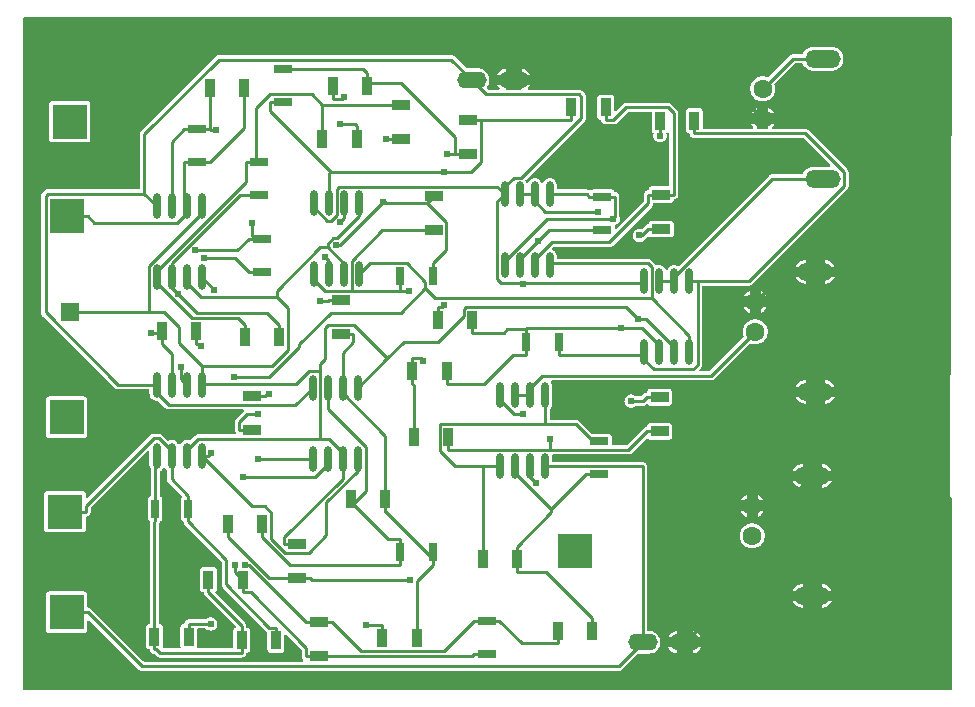
<source format=gtl>
G04 Layer: TopLayer*
G04 EasyEDA v6.5.40, 2024-07-22 10:49:34*
G04 Gerber Generator version 0.2*
G04 Scale: 100 percent, Rotated: No, Reflected: No *
G04 Dimensions in inches *
G04 leading zeros omitted , absolute positions ,3 integer and 6 decimal *
%FSLAX36Y36*%
%MOIN*%

%ADD10C,0.0100*%
%ADD11R,0.0630X0.0276*%
%ADD12R,0.0276X0.0630*%
%ADD13O,0.098425X0.055118*%
%ADD14R,0.0354X0.0630*%
%ADD15R,0.0630X0.0354*%
%ADD16O,0.027559X0.08661400000000001*%
%ADD17C,0.0630*%
%ADD18O,0.11810999999999999X0.059054999999999996*%
%ADD19R,0.1181X0.1181*%
%ADD20R,0.0630X0.0630*%
%ADD21C,0.0240*%
%ADD22C,0.0109*%

%LPD*%
G36*
X14200Y-2249800D02*
G01*
X12660Y-2249500D01*
X11379Y-2248620D01*
X10500Y-2247340D01*
X10200Y-2245800D01*
X10200Y-9200D01*
X10500Y-7660D01*
X11379Y-6380D01*
X12660Y-5500D01*
X14200Y-5200D01*
X3100760Y-5200D01*
X3102280Y-5500D01*
X3103580Y-6380D01*
X3104460Y-7680D01*
X3104760Y-9220D01*
X3099800Y-1599720D01*
X3100100Y-1602280D01*
X3100920Y-1604460D01*
X3102320Y-1606500D01*
X3103500Y-1607680D01*
X3106139Y-1609620D01*
X3106940Y-1610900D01*
X3107220Y-1612380D01*
X3104860Y-2245820D01*
X3104540Y-2247340D01*
X3103680Y-2248640D01*
X3102380Y-2249500D01*
X3100860Y-2249800D01*
G37*

%LPC*%
G36*
X404880Y-2184820D02*
G01*
X1995180Y-2184820D01*
X1998340Y-2184500D01*
X2001180Y-2183640D01*
X2003820Y-2182240D01*
X2006260Y-2180220D01*
X2057560Y-2128940D01*
X2058860Y-2128060D01*
X2060400Y-2127760D01*
X2096519Y-2127760D01*
X2101800Y-2127400D01*
X2106840Y-2126340D01*
X2111700Y-2124620D01*
X2116260Y-2122260D01*
X2120480Y-2119280D01*
X2124240Y-2115760D01*
X2127500Y-2111760D01*
X2130180Y-2107360D01*
X2132220Y-2102640D01*
X2133620Y-2097680D01*
X2134320Y-2092580D01*
X2134320Y-2087420D01*
X2133620Y-2082320D01*
X2132220Y-2077360D01*
X2130180Y-2072640D01*
X2127500Y-2068240D01*
X2124240Y-2064240D01*
X2120480Y-2060720D01*
X2116260Y-2057740D01*
X2111700Y-2055380D01*
X2106840Y-2053660D01*
X2101800Y-2052600D01*
X2096519Y-2052240D01*
X2094199Y-2052240D01*
X2092660Y-2051940D01*
X2091380Y-2051060D01*
X2090500Y-2049780D01*
X2090200Y-2048240D01*
X2090200Y-1504199D01*
X2089880Y-1501040D01*
X2089019Y-1498200D01*
X2087620Y-1495560D01*
X2085740Y-1493260D01*
X2083440Y-1491380D01*
X2080800Y-1489980D01*
X2077960Y-1489120D01*
X2074800Y-1488800D01*
X1777980Y-1488800D01*
X1776440Y-1488500D01*
X1775160Y-1487620D01*
X1774280Y-1486339D01*
X1773980Y-1484800D01*
X1773980Y-1474640D01*
X1773640Y-1470520D01*
X1773300Y-1469180D01*
X1773200Y-1467740D01*
X1773620Y-1466360D01*
X1774520Y-1465220D01*
X1775760Y-1464460D01*
X1777180Y-1464199D01*
X2027080Y-1464199D01*
X2030240Y-1463880D01*
X2033080Y-1463020D01*
X2035700Y-1461620D01*
X2038160Y-1459600D01*
X2086399Y-1411360D01*
X2087700Y-1410500D01*
X2089240Y-1410180D01*
X2090760Y-1410500D01*
X2092060Y-1411360D01*
X2093660Y-1412960D01*
X2095580Y-1414160D01*
X2097740Y-1414920D01*
X2100220Y-1415200D01*
X2162780Y-1415200D01*
X2165260Y-1414920D01*
X2167420Y-1414160D01*
X2169340Y-1412960D01*
X2170960Y-1411339D01*
X2172160Y-1409420D01*
X2172920Y-1407260D01*
X2173200Y-1404780D01*
X2173200Y-1369780D01*
X2172920Y-1367300D01*
X2172160Y-1365140D01*
X2170960Y-1363220D01*
X2169340Y-1361600D01*
X2167420Y-1360400D01*
X2165260Y-1359640D01*
X2162780Y-1359360D01*
X2100220Y-1359360D01*
X2097740Y-1359640D01*
X2095580Y-1360400D01*
X2093660Y-1361600D01*
X2092040Y-1363220D01*
X2090840Y-1365140D01*
X2090080Y-1367300D01*
X2089920Y-1368820D01*
X2089540Y-1370120D01*
X2088740Y-1371220D01*
X2087640Y-1372000D01*
X2086020Y-1372400D01*
X2083180Y-1373260D01*
X2080560Y-1374660D01*
X2078100Y-1376680D01*
X2022140Y-1432620D01*
X2020840Y-1433500D01*
X2019319Y-1433800D01*
X1975700Y-1433800D01*
X1974160Y-1433500D01*
X1972860Y-1432620D01*
X1972000Y-1431339D01*
X1971699Y-1429800D01*
X1971699Y-1406339D01*
X1971420Y-1403839D01*
X1970660Y-1401699D01*
X1969440Y-1399760D01*
X1967840Y-1398160D01*
X1965900Y-1396940D01*
X1963760Y-1396180D01*
X1961260Y-1395900D01*
X1907940Y-1395900D01*
X1906399Y-1395600D01*
X1905100Y-1394740D01*
X1863680Y-1353320D01*
X1861220Y-1351300D01*
X1858600Y-1349900D01*
X1855760Y-1349040D01*
X1852600Y-1348720D01*
X1769199Y-1348720D01*
X1767660Y-1348420D01*
X1766380Y-1347540D01*
X1765500Y-1346260D01*
X1765200Y-1344720D01*
X1765200Y-1315840D01*
X1765480Y-1314379D01*
X1766260Y-1313140D01*
X1768920Y-1310240D01*
X1771080Y-1306940D01*
X1772660Y-1303300D01*
X1773640Y-1299480D01*
X1773980Y-1295360D01*
X1773980Y-1236640D01*
X1773640Y-1232520D01*
X1772660Y-1228700D01*
X1771080Y-1225060D01*
X1769840Y-1223160D01*
X1769220Y-1221560D01*
X1769340Y-1219860D01*
X1770140Y-1218360D01*
X1771519Y-1217340D01*
X1773180Y-1216980D01*
X2303040Y-1216980D01*
X2306200Y-1216660D01*
X2309040Y-1215800D01*
X2311660Y-1214400D01*
X2314120Y-1212380D01*
X2431500Y-1095000D01*
X2432720Y-1094180D01*
X2434140Y-1093840D01*
X2435600Y-1094040D01*
X2439220Y-1095260D01*
X2444560Y-1096340D01*
X2450000Y-1096680D01*
X2455440Y-1096340D01*
X2460780Y-1095260D01*
X2465960Y-1093520D01*
X2470840Y-1091100D01*
X2475380Y-1088080D01*
X2479480Y-1084480D01*
X2483080Y-1080380D01*
X2486100Y-1075840D01*
X2488520Y-1070960D01*
X2490260Y-1065780D01*
X2491340Y-1060440D01*
X2491680Y-1055000D01*
X2491340Y-1049560D01*
X2490260Y-1044220D01*
X2488520Y-1039040D01*
X2486100Y-1034160D01*
X2483080Y-1029620D01*
X2479480Y-1025520D01*
X2475380Y-1021919D01*
X2470840Y-1018900D01*
X2465960Y-1016480D01*
X2460780Y-1014740D01*
X2455440Y-1013660D01*
X2450000Y-1013319D01*
X2444560Y-1013660D01*
X2439220Y-1014740D01*
X2434040Y-1016480D01*
X2429160Y-1018900D01*
X2424620Y-1021919D01*
X2420520Y-1025520D01*
X2416920Y-1029620D01*
X2413900Y-1034160D01*
X2411480Y-1039040D01*
X2409740Y-1044220D01*
X2408660Y-1049560D01*
X2408320Y-1055000D01*
X2408660Y-1060440D01*
X2409740Y-1065780D01*
X2410960Y-1069400D01*
X2411160Y-1070860D01*
X2410820Y-1072280D01*
X2410000Y-1073500D01*
X2298100Y-1185400D01*
X2296800Y-1186260D01*
X2295280Y-1186580D01*
X2267640Y-1186580D01*
X2266100Y-1186260D01*
X2264800Y-1185400D01*
X2263940Y-1184100D01*
X2263640Y-1182580D01*
X2263940Y-1181040D01*
X2264800Y-1179740D01*
X2268480Y-1176060D01*
X2270500Y-1173620D01*
X2271900Y-1170980D01*
X2272760Y-1168140D01*
X2273080Y-1164980D01*
X2273080Y-905200D01*
X2273380Y-903660D01*
X2274240Y-902380D01*
X2275540Y-901500D01*
X2277080Y-901200D01*
X2428700Y-901200D01*
X2431860Y-900879D01*
X2434700Y-900020D01*
X2437340Y-898620D01*
X2439780Y-896600D01*
X2756680Y-579720D01*
X2758700Y-577260D01*
X2760100Y-574640D01*
X2760960Y-571800D01*
X2761280Y-568640D01*
X2761280Y-523220D01*
X2760960Y-520060D01*
X2760100Y-517220D01*
X2758700Y-514580D01*
X2756680Y-512140D01*
X2627940Y-383400D01*
X2625480Y-381380D01*
X2622860Y-379980D01*
X2620020Y-379120D01*
X2616860Y-378800D01*
X2509520Y-378800D01*
X2508020Y-378519D01*
X2506740Y-377680D01*
X2505880Y-376460D01*
X2505520Y-374980D01*
X2505740Y-373480D01*
X2506500Y-372160D01*
X2508080Y-370379D01*
X2511100Y-365840D01*
X2512380Y-363240D01*
X2493240Y-363240D01*
X2493240Y-374799D01*
X2492940Y-376340D01*
X2492080Y-377620D01*
X2490780Y-378500D01*
X2489240Y-378800D01*
X2460760Y-378800D01*
X2459220Y-378500D01*
X2457920Y-377620D01*
X2457060Y-376340D01*
X2456760Y-374799D01*
X2456760Y-363240D01*
X2437620Y-363240D01*
X2438900Y-365840D01*
X2441920Y-370379D01*
X2443500Y-372160D01*
X2444260Y-373480D01*
X2444480Y-374980D01*
X2444120Y-376460D01*
X2443260Y-377680D01*
X2441980Y-378519D01*
X2440480Y-378800D01*
X2278800Y-378800D01*
X2277280Y-378500D01*
X2275980Y-377620D01*
X2275120Y-376340D01*
X2274800Y-374799D01*
X2274800Y-320220D01*
X2274520Y-317740D01*
X2273780Y-315580D01*
X2272560Y-313660D01*
X2270960Y-312040D01*
X2269020Y-310840D01*
X2266880Y-310080D01*
X2264380Y-309800D01*
X2229400Y-309800D01*
X2226900Y-310080D01*
X2224760Y-310840D01*
X2222820Y-312040D01*
X2221220Y-313660D01*
X2220000Y-315580D01*
X2219260Y-317740D01*
X2218980Y-320220D01*
X2218980Y-382780D01*
X2219260Y-385260D01*
X2220000Y-387420D01*
X2221220Y-389340D01*
X2222820Y-390959D01*
X2224760Y-392160D01*
X2226900Y-392920D01*
X2228440Y-393080D01*
X2229740Y-393459D01*
X2230840Y-394260D01*
X2231620Y-395360D01*
X2232000Y-396960D01*
X2232860Y-399799D01*
X2234260Y-402440D01*
X2236160Y-404739D01*
X2238460Y-406620D01*
X2241080Y-408020D01*
X2243920Y-408880D01*
X2247080Y-409200D01*
X2609100Y-409200D01*
X2610620Y-409500D01*
X2611920Y-410379D01*
X2700000Y-498440D01*
X2700860Y-499739D01*
X2701160Y-501280D01*
X2700860Y-502800D01*
X2700000Y-504099D01*
X2698700Y-504960D01*
X2697160Y-505280D01*
X2645600Y-505280D01*
X2640280Y-505620D01*
X2635200Y-506640D01*
X2630280Y-508300D01*
X2625620Y-510600D01*
X2621300Y-513480D01*
X2617380Y-516920D01*
X2613960Y-520820D01*
X2611080Y-525140D01*
X2609880Y-527560D01*
X2609000Y-528740D01*
X2607740Y-529520D01*
X2606280Y-529800D01*
X2506220Y-529800D01*
X2503060Y-530120D01*
X2500220Y-530980D01*
X2497600Y-532380D01*
X2495140Y-534400D01*
X2195220Y-834300D01*
X2193800Y-835220D01*
X2192120Y-835460D01*
X2190500Y-835000D01*
X2189620Y-834520D01*
X2185880Y-833240D01*
X2181980Y-832580D01*
X2178020Y-832580D01*
X2174120Y-833240D01*
X2170380Y-834520D01*
X2166900Y-836400D01*
X2163760Y-838840D01*
X2161080Y-841760D01*
X2157780Y-846919D01*
X2156500Y-847760D01*
X2155000Y-848060D01*
X2153500Y-847760D01*
X2152220Y-846919D01*
X2148920Y-841760D01*
X2146240Y-838840D01*
X2143100Y-836400D01*
X2139620Y-834520D01*
X2135880Y-833240D01*
X2131980Y-832580D01*
X2128020Y-832580D01*
X2124120Y-833240D01*
X2122440Y-833820D01*
X2120840Y-834020D01*
X2119280Y-833560D01*
X2118020Y-832520D01*
X2115660Y-829560D01*
X2103020Y-816940D01*
X2100580Y-814920D01*
X2097940Y-813520D01*
X2095100Y-812660D01*
X2091940Y-812340D01*
X1792980Y-812340D01*
X1791440Y-812039D01*
X1790160Y-811160D01*
X1789280Y-809880D01*
X1788980Y-808340D01*
X1788980Y-804640D01*
X1788640Y-800520D01*
X1787660Y-796700D01*
X1786080Y-793060D01*
X1783920Y-789760D01*
X1781240Y-786840D01*
X1778100Y-784400D01*
X1774640Y-782540D01*
X1773500Y-781600D01*
X1772780Y-780320D01*
X1772560Y-778860D01*
X1772900Y-777420D01*
X1773720Y-776200D01*
X1776440Y-773480D01*
X1777740Y-772600D01*
X1779280Y-772300D01*
X1963540Y-772300D01*
X1966699Y-771979D01*
X1969540Y-771120D01*
X1972160Y-769720D01*
X1974620Y-767700D01*
X2104600Y-637720D01*
X2106620Y-635280D01*
X2108020Y-632640D01*
X2109300Y-628220D01*
X2110180Y-627060D01*
X2111440Y-626300D01*
X2112880Y-626020D01*
X2167780Y-626020D01*
X2170260Y-625740D01*
X2172420Y-625000D01*
X2174340Y-623780D01*
X2175960Y-622180D01*
X2177160Y-620240D01*
X2177920Y-618100D01*
X2178080Y-616560D01*
X2178460Y-615260D01*
X2179260Y-614160D01*
X2180360Y-613380D01*
X2181960Y-613000D01*
X2184800Y-612140D01*
X2187440Y-610740D01*
X2189740Y-608840D01*
X2191620Y-606540D01*
X2193020Y-603920D01*
X2193880Y-601080D01*
X2194200Y-597920D01*
X2194200Y-327100D01*
X2193880Y-323940D01*
X2193020Y-321100D01*
X2191620Y-318460D01*
X2189600Y-316020D01*
X2169480Y-295900D01*
X2167040Y-293880D01*
X2164400Y-292480D01*
X2161560Y-291620D01*
X2158400Y-291300D01*
X2020400Y-291300D01*
X2017240Y-291620D01*
X2014400Y-292480D01*
X2011759Y-293880D01*
X2009319Y-295900D01*
X1986639Y-318560D01*
X1985340Y-319440D01*
X1983800Y-319740D01*
X1982280Y-319440D01*
X1980980Y-318560D01*
X1980120Y-317280D01*
X1979800Y-315740D01*
X1979800Y-275220D01*
X1979520Y-272740D01*
X1978779Y-270580D01*
X1977560Y-268660D01*
X1975960Y-267040D01*
X1974019Y-265840D01*
X1971879Y-265080D01*
X1969379Y-264800D01*
X1934400Y-264800D01*
X1931900Y-265080D01*
X1929760Y-265840D01*
X1927820Y-267040D01*
X1926220Y-268660D01*
X1925000Y-270580D01*
X1924259Y-272740D01*
X1923980Y-275220D01*
X1923980Y-337780D01*
X1924259Y-340260D01*
X1925000Y-342420D01*
X1926220Y-344340D01*
X1927820Y-345959D01*
X1929760Y-347160D01*
X1931900Y-347920D01*
X1933440Y-348080D01*
X1934740Y-348459D01*
X1935840Y-349260D01*
X1936620Y-350360D01*
X1937000Y-351960D01*
X1937860Y-354799D01*
X1939259Y-357440D01*
X1941160Y-359739D01*
X1943460Y-361620D01*
X1946080Y-363020D01*
X1948920Y-363880D01*
X1952080Y-364200D01*
X1977500Y-364200D01*
X1980660Y-363880D01*
X1983500Y-363020D01*
X1986140Y-361620D01*
X1988580Y-359600D01*
X2025320Y-322879D01*
X2026620Y-322000D01*
X2028160Y-321700D01*
X2100800Y-321700D01*
X2102340Y-322000D01*
X2103640Y-322879D01*
X2104500Y-324159D01*
X2104800Y-325700D01*
X2104800Y-382780D01*
X2105080Y-385260D01*
X2105840Y-387420D01*
X2107040Y-389340D01*
X2108660Y-390959D01*
X2109520Y-391500D01*
X2110740Y-392660D01*
X2111340Y-394240D01*
X2111260Y-395920D01*
X2110880Y-397360D01*
X2110540Y-401220D01*
X2110880Y-405080D01*
X2111880Y-408800D01*
X2113500Y-412320D01*
X2115720Y-415480D01*
X2118460Y-418220D01*
X2121620Y-420439D01*
X2125140Y-422060D01*
X2128860Y-423060D01*
X2132720Y-423400D01*
X2136580Y-423060D01*
X2140300Y-422060D01*
X2143820Y-420439D01*
X2146980Y-418220D01*
X2149720Y-415480D01*
X2151940Y-412320D01*
X2153560Y-408800D01*
X2154560Y-405080D01*
X2154900Y-401220D01*
X2154560Y-397360D01*
X2154180Y-395920D01*
X2154100Y-394240D01*
X2154700Y-392660D01*
X2155920Y-391500D01*
X2158260Y-389900D01*
X2159800Y-389580D01*
X2161340Y-389900D01*
X2162620Y-390760D01*
X2163500Y-392060D01*
X2163800Y-393579D01*
X2163800Y-566200D01*
X2163500Y-567720D01*
X2162620Y-569020D01*
X2161340Y-569880D01*
X2159800Y-570200D01*
X2105220Y-570200D01*
X2102740Y-570480D01*
X2100580Y-571220D01*
X2098660Y-572440D01*
X2097040Y-574040D01*
X2095840Y-575980D01*
X2095080Y-578120D01*
X2094920Y-579660D01*
X2094540Y-580960D01*
X2093740Y-582060D01*
X2092640Y-582840D01*
X2091020Y-583220D01*
X2088180Y-584080D01*
X2085560Y-585480D01*
X2083260Y-587380D01*
X2081360Y-589680D01*
X2079960Y-592300D01*
X2079100Y-595140D01*
X2078800Y-598300D01*
X2078800Y-618880D01*
X2078480Y-620420D01*
X2077620Y-621720D01*
X1988520Y-710819D01*
X1987220Y-711680D01*
X1985700Y-711979D01*
X1984160Y-711680D01*
X1982860Y-710819D01*
X1982000Y-709520D01*
X1981699Y-707980D01*
X1981699Y-703160D01*
X1982060Y-701460D01*
X1983120Y-700080D01*
X1988480Y-697580D01*
X1991639Y-695360D01*
X1994379Y-692620D01*
X1996600Y-689460D01*
X1998220Y-685939D01*
X1999220Y-682220D01*
X1999560Y-678360D01*
X1999220Y-674500D01*
X1997700Y-668760D01*
X1997700Y-605080D01*
X1997380Y-601920D01*
X1996519Y-599080D01*
X1995120Y-596440D01*
X1993240Y-594140D01*
X1990940Y-592260D01*
X1988300Y-590860D01*
X1985460Y-590000D01*
X1984220Y-589860D01*
X1982780Y-589440D01*
X1981600Y-588520D01*
X1980660Y-586700D01*
X1979440Y-584760D01*
X1977840Y-583160D01*
X1975900Y-581940D01*
X1973760Y-581180D01*
X1971260Y-580900D01*
X1908720Y-580900D01*
X1906240Y-581180D01*
X1904120Y-581920D01*
X1901639Y-583540D01*
X1900320Y-584100D01*
X1898899Y-584140D01*
X1897540Y-583700D01*
X1894400Y-581960D01*
X1891579Y-581120D01*
X1888420Y-580800D01*
X1792980Y-580800D01*
X1791440Y-580500D01*
X1790160Y-579620D01*
X1789280Y-578340D01*
X1788980Y-576800D01*
X1788980Y-566640D01*
X1788640Y-562520D01*
X1787660Y-558700D01*
X1786080Y-555060D01*
X1783920Y-551760D01*
X1781240Y-548840D01*
X1778100Y-546400D01*
X1774620Y-544520D01*
X1770880Y-543240D01*
X1766980Y-542580D01*
X1763020Y-542580D01*
X1759120Y-543240D01*
X1755380Y-544520D01*
X1751900Y-546400D01*
X1748760Y-548840D01*
X1746080Y-551760D01*
X1742780Y-556920D01*
X1741500Y-557760D01*
X1740000Y-558060D01*
X1738500Y-557760D01*
X1737220Y-556920D01*
X1733920Y-551760D01*
X1731240Y-548840D01*
X1728100Y-546400D01*
X1724620Y-544520D01*
X1720880Y-543240D01*
X1716980Y-542580D01*
X1713020Y-542580D01*
X1709120Y-543240D01*
X1705380Y-544520D01*
X1701900Y-546400D01*
X1698760Y-548840D01*
X1696080Y-551760D01*
X1692780Y-556920D01*
X1691500Y-557760D01*
X1690000Y-558060D01*
X1688500Y-557760D01*
X1687220Y-556920D01*
X1684760Y-553040D01*
X1684220Y-551800D01*
X1684120Y-550440D01*
X1684500Y-549140D01*
X1685280Y-548020D01*
X1881360Y-351940D01*
X1883380Y-349480D01*
X1884780Y-346860D01*
X1885640Y-344020D01*
X1885960Y-340860D01*
X1885960Y-271840D01*
X1885640Y-268680D01*
X1884780Y-265840D01*
X1883380Y-263220D01*
X1881360Y-260760D01*
X1873920Y-253320D01*
X1871480Y-251300D01*
X1868839Y-249899D01*
X1866000Y-249040D01*
X1862840Y-248740D01*
X1695860Y-248740D01*
X1694300Y-248420D01*
X1693000Y-247520D01*
X1692140Y-246200D01*
X1691860Y-244640D01*
X1692200Y-243100D01*
X1693120Y-241800D01*
X1694240Y-240760D01*
X1697500Y-236759D01*
X1700180Y-232360D01*
X1700640Y-231280D01*
X1672100Y-231280D01*
X1672100Y-244740D01*
X1671800Y-246260D01*
X1670940Y-247560D01*
X1669640Y-248420D01*
X1668100Y-248740D01*
X1621900Y-248740D01*
X1620360Y-248420D01*
X1619060Y-247560D01*
X1618200Y-246260D01*
X1617900Y-244740D01*
X1617900Y-231280D01*
X1589360Y-231280D01*
X1589820Y-232360D01*
X1592500Y-236759D01*
X1595760Y-240760D01*
X1596879Y-241800D01*
X1597800Y-243100D01*
X1598140Y-244640D01*
X1597860Y-246200D01*
X1597000Y-247520D01*
X1595700Y-248420D01*
X1594139Y-248740D01*
X1561879Y-248740D01*
X1560360Y-248420D01*
X1559060Y-247560D01*
X1555900Y-244420D01*
X1555080Y-243200D01*
X1554740Y-241780D01*
X1554940Y-240340D01*
X1555640Y-239060D01*
X1557500Y-236759D01*
X1560180Y-232360D01*
X1562220Y-227640D01*
X1563620Y-222680D01*
X1564319Y-217580D01*
X1564319Y-212420D01*
X1563620Y-207320D01*
X1562220Y-202360D01*
X1560180Y-197640D01*
X1557500Y-193240D01*
X1554240Y-189240D01*
X1550480Y-185720D01*
X1546260Y-182740D01*
X1541699Y-180380D01*
X1536840Y-178660D01*
X1531800Y-177600D01*
X1526519Y-177240D01*
X1490400Y-177240D01*
X1488860Y-176940D01*
X1487560Y-176060D01*
X1448500Y-137020D01*
X1446060Y-135000D01*
X1443420Y-133600D01*
X1440580Y-132740D01*
X1437420Y-132420D01*
X662920Y-132420D01*
X659760Y-132740D01*
X656919Y-133600D01*
X654280Y-135000D01*
X651840Y-137020D01*
X403260Y-385600D01*
X401240Y-388040D01*
X399840Y-390680D01*
X398980Y-393519D01*
X398660Y-396680D01*
X398660Y-575660D01*
X398360Y-577200D01*
X397480Y-578480D01*
X396200Y-579360D01*
X394660Y-579660D01*
X92980Y-579660D01*
X89820Y-579980D01*
X86980Y-580840D01*
X84340Y-582240D01*
X81900Y-584260D01*
X74260Y-591880D01*
X72240Y-594340D01*
X70840Y-596960D01*
X69980Y-599800D01*
X69680Y-602960D01*
X69680Y-990200D01*
X69980Y-993360D01*
X70840Y-996200D01*
X72240Y-998820D01*
X74260Y-1001280D01*
X314600Y-1241600D01*
X317040Y-1243620D01*
X319680Y-1245020D01*
X322520Y-1245880D01*
X325680Y-1246200D01*
X427020Y-1246200D01*
X428560Y-1246500D01*
X429840Y-1247380D01*
X430720Y-1248660D01*
X431019Y-1250200D01*
X431019Y-1260360D01*
X431360Y-1264480D01*
X432340Y-1268300D01*
X433920Y-1271940D01*
X436079Y-1275240D01*
X438760Y-1278160D01*
X441900Y-1280600D01*
X445379Y-1282480D01*
X449120Y-1283760D01*
X453020Y-1284420D01*
X456980Y-1284420D01*
X458640Y-1284340D01*
X459860Y-1284720D01*
X460880Y-1285460D01*
X484320Y-1308899D01*
X486760Y-1310920D01*
X489400Y-1312320D01*
X492239Y-1313180D01*
X495400Y-1313500D01*
X742420Y-1313500D01*
X743960Y-1313800D01*
X745260Y-1314660D01*
X746120Y-1315960D01*
X746420Y-1317500D01*
X746120Y-1319019D01*
X745260Y-1320320D01*
X720400Y-1345180D01*
X718379Y-1347640D01*
X716979Y-1350260D01*
X716120Y-1353100D01*
X715800Y-1356260D01*
X715800Y-1381699D01*
X716120Y-1384860D01*
X716979Y-1387700D01*
X718379Y-1390320D01*
X719340Y-1391920D01*
X719520Y-1393420D01*
X719140Y-1394860D01*
X718259Y-1396060D01*
X717000Y-1396879D01*
X715520Y-1397160D01*
X593240Y-1397160D01*
X590080Y-1397460D01*
X587240Y-1398320D01*
X584600Y-1399720D01*
X582160Y-1401740D01*
X567680Y-1416200D01*
X566460Y-1417040D01*
X565020Y-1417380D01*
X563560Y-1417160D01*
X560880Y-1416240D01*
X556980Y-1415580D01*
X553020Y-1415580D01*
X549120Y-1416240D01*
X545380Y-1417520D01*
X541900Y-1419400D01*
X538760Y-1421840D01*
X536080Y-1424760D01*
X532780Y-1429920D01*
X531500Y-1430760D01*
X530000Y-1431060D01*
X528500Y-1430760D01*
X527220Y-1429920D01*
X523920Y-1424760D01*
X521240Y-1421840D01*
X518100Y-1419400D01*
X514620Y-1417520D01*
X510880Y-1416240D01*
X506980Y-1415580D01*
X503020Y-1415580D01*
X499120Y-1416240D01*
X493360Y-1418200D01*
X491680Y-1417960D01*
X490260Y-1417040D01*
X472740Y-1399520D01*
X470280Y-1397500D01*
X467660Y-1396100D01*
X464820Y-1395240D01*
X461659Y-1394940D01*
X445300Y-1394940D01*
X442140Y-1395240D01*
X439300Y-1396100D01*
X436680Y-1397500D01*
X434219Y-1399520D01*
X226080Y-1607660D01*
X224780Y-1608520D01*
X223260Y-1608839D01*
X221720Y-1608520D01*
X220420Y-1607660D01*
X219560Y-1606360D01*
X219259Y-1604840D01*
X219259Y-1596160D01*
X218980Y-1593680D01*
X218220Y-1591540D01*
X217000Y-1589600D01*
X215400Y-1588000D01*
X213460Y-1586780D01*
X211320Y-1586020D01*
X208840Y-1585740D01*
X91160Y-1585740D01*
X88680Y-1586020D01*
X86540Y-1586780D01*
X84600Y-1588000D01*
X83000Y-1589600D01*
X81780Y-1591540D01*
X81020Y-1593680D01*
X80740Y-1596160D01*
X80740Y-1713839D01*
X81020Y-1716320D01*
X81780Y-1718460D01*
X83000Y-1720400D01*
X84600Y-1722000D01*
X86540Y-1723220D01*
X88680Y-1723980D01*
X91160Y-1724259D01*
X208840Y-1724259D01*
X211320Y-1723980D01*
X213460Y-1723220D01*
X215400Y-1722000D01*
X217000Y-1720400D01*
X218220Y-1718460D01*
X218980Y-1716320D01*
X219259Y-1713839D01*
X219259Y-1673880D01*
X219520Y-1672440D01*
X220300Y-1671200D01*
X221460Y-1670320D01*
X225880Y-1669019D01*
X228500Y-1667620D01*
X230799Y-1665740D01*
X232700Y-1663440D01*
X234100Y-1660800D01*
X234960Y-1657960D01*
X235280Y-1654800D01*
X235280Y-1643120D01*
X235580Y-1641600D01*
X236439Y-1640300D01*
X424200Y-1452540D01*
X425480Y-1451680D01*
X427020Y-1451380D01*
X428560Y-1451680D01*
X429840Y-1452540D01*
X430720Y-1453839D01*
X431019Y-1455380D01*
X431019Y-1498360D01*
X431360Y-1502480D01*
X432340Y-1506300D01*
X434520Y-1511140D01*
X434680Y-1512280D01*
X434680Y-1600460D01*
X434340Y-1602060D01*
X433400Y-1603380D01*
X429760Y-1605560D01*
X428160Y-1607160D01*
X426940Y-1609100D01*
X426180Y-1611240D01*
X425900Y-1613740D01*
X425900Y-1676279D01*
X426180Y-1678760D01*
X426940Y-1680920D01*
X428160Y-1682840D01*
X429760Y-1684460D01*
X430760Y-1685080D01*
X431840Y-1686080D01*
X432500Y-1687400D01*
X432620Y-1688860D01*
X432520Y-1689860D01*
X432520Y-2025980D01*
X432260Y-2027400D01*
X431500Y-2028640D01*
X430360Y-2029520D01*
X428960Y-2029940D01*
X427740Y-2030080D01*
X425580Y-2030840D01*
X423660Y-2032040D01*
X422040Y-2033660D01*
X420840Y-2035580D01*
X420080Y-2037740D01*
X419799Y-2040220D01*
X419799Y-2102780D01*
X420080Y-2105260D01*
X420840Y-2107420D01*
X422040Y-2109340D01*
X423660Y-2110960D01*
X425580Y-2112160D01*
X427740Y-2112920D01*
X429260Y-2113080D01*
X430560Y-2113460D01*
X431659Y-2114260D01*
X432440Y-2115360D01*
X432840Y-2116960D01*
X433700Y-2119800D01*
X435100Y-2122440D01*
X436980Y-2124740D01*
X439280Y-2126620D01*
X441920Y-2128020D01*
X444760Y-2128880D01*
X445640Y-2128980D01*
X446960Y-2129340D01*
X448080Y-2130120D01*
X454580Y-2136620D01*
X457020Y-2138640D01*
X459660Y-2140040D01*
X462500Y-2140900D01*
X465660Y-2141220D01*
X737920Y-2141220D01*
X741080Y-2140900D01*
X743920Y-2140040D01*
X746540Y-2138640D01*
X748840Y-2136740D01*
X750740Y-2134440D01*
X752140Y-2131820D01*
X753379Y-2127360D01*
X754160Y-2126260D01*
X755260Y-2125460D01*
X756560Y-2125080D01*
X758100Y-2124920D01*
X760240Y-2124160D01*
X762180Y-2122960D01*
X763780Y-2121340D01*
X765000Y-2119420D01*
X765740Y-2117260D01*
X766020Y-2114780D01*
X766020Y-2052220D01*
X765740Y-2049740D01*
X765000Y-2047580D01*
X763780Y-2045660D01*
X762180Y-2044040D01*
X760240Y-2042840D01*
X758100Y-2042080D01*
X756860Y-2041940D01*
X755480Y-2041519D01*
X754320Y-2040640D01*
X753580Y-2039400D01*
X753319Y-2037980D01*
X753319Y-2034580D01*
X753000Y-2031420D01*
X752140Y-2028580D01*
X750740Y-2025960D01*
X748720Y-2023500D01*
X651800Y-1926579D01*
X650939Y-1925280D01*
X650639Y-1923760D01*
X650939Y-1922220D01*
X651800Y-1920920D01*
X653400Y-1919340D01*
X654599Y-1917420D01*
X655360Y-1915260D01*
X655639Y-1912780D01*
X655639Y-1850220D01*
X655360Y-1847740D01*
X654599Y-1845580D01*
X653400Y-1843660D01*
X651780Y-1842040D01*
X649860Y-1840840D01*
X647700Y-1840080D01*
X645220Y-1839800D01*
X610220Y-1839800D01*
X607740Y-1840080D01*
X605580Y-1840840D01*
X603660Y-1842040D01*
X602040Y-1843660D01*
X600840Y-1845580D01*
X600080Y-1847740D01*
X599800Y-1850220D01*
X599800Y-1912780D01*
X600080Y-1915260D01*
X600840Y-1917420D01*
X602040Y-1919340D01*
X603660Y-1920960D01*
X605580Y-1922160D01*
X607740Y-1922920D01*
X609260Y-1923080D01*
X610560Y-1923460D01*
X611660Y-1924259D01*
X612440Y-1925360D01*
X612840Y-1926960D01*
X613700Y-1929800D01*
X615100Y-1932440D01*
X617120Y-1934880D01*
X718199Y-2035980D01*
X719080Y-2037320D01*
X719380Y-2038899D01*
X719020Y-2040460D01*
X718080Y-2041759D01*
X716700Y-2042580D01*
X715980Y-2042840D01*
X714040Y-2044040D01*
X712440Y-2045660D01*
X711220Y-2047580D01*
X710480Y-2049740D01*
X710200Y-2052220D01*
X710200Y-2106820D01*
X709880Y-2108340D01*
X709020Y-2109640D01*
X707720Y-2110500D01*
X706200Y-2110820D01*
X593220Y-2110820D01*
X591740Y-2110520D01*
X590460Y-2109700D01*
X589580Y-2108460D01*
X589220Y-2106980D01*
X589520Y-2105260D01*
X589800Y-2102780D01*
X589800Y-2048200D01*
X590120Y-2046660D01*
X590980Y-2045360D01*
X592280Y-2044500D01*
X593800Y-2044199D01*
X617520Y-2044199D01*
X619060Y-2044500D01*
X620360Y-2045360D01*
X620980Y-2045980D01*
X624140Y-2048200D01*
X627660Y-2049840D01*
X631380Y-2050840D01*
X635240Y-2051180D01*
X639100Y-2050840D01*
X642820Y-2049840D01*
X646340Y-2048200D01*
X649500Y-2045980D01*
X652240Y-2043260D01*
X654460Y-2040080D01*
X656080Y-2036579D01*
X657080Y-2032840D01*
X657420Y-2029000D01*
X657080Y-2025140D01*
X656080Y-2021399D01*
X654460Y-2017900D01*
X652240Y-2014720D01*
X649500Y-2012000D01*
X646340Y-2009780D01*
X642820Y-2008140D01*
X639100Y-2007140D01*
X635240Y-2006800D01*
X631380Y-2007140D01*
X627660Y-2008140D01*
X624140Y-2009780D01*
X620980Y-2012000D01*
X620360Y-2012620D01*
X619060Y-2013480D01*
X617520Y-2013800D01*
X562080Y-2013800D01*
X558920Y-2014100D01*
X556080Y-2014960D01*
X553460Y-2016360D01*
X551160Y-2018260D01*
X549260Y-2020560D01*
X547860Y-2023180D01*
X546620Y-2027640D01*
X545840Y-2028740D01*
X544740Y-2029540D01*
X543440Y-2029920D01*
X541900Y-2030080D01*
X539760Y-2030840D01*
X537820Y-2032040D01*
X536220Y-2033660D01*
X535000Y-2035580D01*
X534260Y-2037740D01*
X533980Y-2040220D01*
X533980Y-2102780D01*
X534560Y-2106980D01*
X534200Y-2108460D01*
X533320Y-2109700D01*
X532040Y-2110520D01*
X530560Y-2110820D01*
X479060Y-2110820D01*
X477560Y-2110520D01*
X476280Y-2109700D01*
X475400Y-2108460D01*
X475060Y-2106980D01*
X475360Y-2105260D01*
X475640Y-2102780D01*
X475640Y-2040220D01*
X475360Y-2037740D01*
X474600Y-2035580D01*
X473400Y-2033660D01*
X471780Y-2032040D01*
X469860Y-2030840D01*
X467700Y-2030080D01*
X466480Y-2029940D01*
X465080Y-2029520D01*
X463940Y-2028640D01*
X463180Y-2027400D01*
X462920Y-2025980D01*
X462920Y-1696160D01*
X463040Y-1695200D01*
X463900Y-1693320D01*
X464760Y-1690480D01*
X464900Y-1689240D01*
X465319Y-1687800D01*
X466240Y-1686600D01*
X468080Y-1685660D01*
X470020Y-1684460D01*
X471620Y-1682840D01*
X472840Y-1680920D01*
X473579Y-1678760D01*
X473860Y-1676279D01*
X473860Y-1613740D01*
X473579Y-1611240D01*
X472840Y-1609100D01*
X471620Y-1607160D01*
X470020Y-1605560D01*
X466360Y-1603380D01*
X465420Y-1602060D01*
X465080Y-1600460D01*
X465080Y-1522620D01*
X465340Y-1521220D01*
X466060Y-1519980D01*
X467180Y-1519100D01*
X468100Y-1518600D01*
X471240Y-1516160D01*
X473920Y-1513240D01*
X477220Y-1508080D01*
X478500Y-1507240D01*
X480000Y-1506940D01*
X481500Y-1507240D01*
X482780Y-1508080D01*
X486079Y-1513240D01*
X488740Y-1516140D01*
X489520Y-1517380D01*
X489799Y-1518839D01*
X489799Y-1547180D01*
X490120Y-1550340D01*
X490980Y-1553180D01*
X492380Y-1555820D01*
X494400Y-1558260D01*
X538020Y-1601900D01*
X538800Y-1603000D01*
X539160Y-1604280D01*
X539100Y-1605620D01*
X538580Y-1606860D01*
X537180Y-1609100D01*
X536420Y-1611240D01*
X536140Y-1613740D01*
X536140Y-1676279D01*
X536420Y-1678760D01*
X537180Y-1680920D01*
X538380Y-1682840D01*
X540000Y-1684460D01*
X541920Y-1685660D01*
X543760Y-1686600D01*
X544680Y-1687780D01*
X545100Y-1689240D01*
X545240Y-1690480D01*
X546100Y-1693320D01*
X547500Y-1695940D01*
X549520Y-1698400D01*
X670800Y-1819680D01*
X671660Y-1820980D01*
X671979Y-1822520D01*
X671979Y-1897240D01*
X672280Y-1900400D01*
X673139Y-1903240D01*
X674539Y-1905860D01*
X676560Y-1908320D01*
X819860Y-2051600D01*
X823400Y-2054520D01*
X824120Y-2055740D01*
X824360Y-2057120D01*
X824360Y-2114780D01*
X824640Y-2117260D01*
X825400Y-2119420D01*
X826600Y-2121340D01*
X828220Y-2122960D01*
X830140Y-2124160D01*
X832300Y-2124920D01*
X834780Y-2125200D01*
X869780Y-2125200D01*
X872260Y-2124920D01*
X874419Y-2124160D01*
X876340Y-2122960D01*
X877960Y-2121340D01*
X879160Y-2119420D01*
X879920Y-2117260D01*
X880200Y-2114780D01*
X880200Y-2065920D01*
X880500Y-2064379D01*
X881360Y-2063100D01*
X882660Y-2062220D01*
X884200Y-2061920D01*
X885720Y-2062220D01*
X887020Y-2063100D01*
X937620Y-2113680D01*
X938480Y-2114980D01*
X938800Y-2116520D01*
X938800Y-2137080D01*
X939100Y-2140240D01*
X939960Y-2143080D01*
X941360Y-2145720D01*
X943139Y-2147880D01*
X943860Y-2149200D01*
X944040Y-2150680D01*
X943680Y-2152140D01*
X942780Y-2153340D01*
X941520Y-2154140D01*
X940060Y-2154420D01*
X412640Y-2154420D01*
X411120Y-2154120D01*
X409820Y-2153240D01*
X235960Y-1979400D01*
X233500Y-1977380D01*
X230880Y-1975980D01*
X226460Y-1974680D01*
X225300Y-1973800D01*
X224520Y-1972560D01*
X224259Y-1971120D01*
X224259Y-1931160D01*
X223980Y-1928680D01*
X223220Y-1926540D01*
X222000Y-1924600D01*
X220400Y-1923000D01*
X218460Y-1921780D01*
X216320Y-1921020D01*
X213840Y-1920740D01*
X96160Y-1920740D01*
X93680Y-1921020D01*
X91540Y-1921780D01*
X89600Y-1923000D01*
X88000Y-1924600D01*
X86780Y-1926540D01*
X86020Y-1928680D01*
X85740Y-1931160D01*
X85740Y-2048839D01*
X86020Y-2051320D01*
X86780Y-2053460D01*
X88000Y-2055400D01*
X89600Y-2057000D01*
X91540Y-2058220D01*
X93680Y-2058980D01*
X96160Y-2059259D01*
X213840Y-2059259D01*
X216320Y-2058980D01*
X218460Y-2058220D01*
X220400Y-2057000D01*
X222000Y-2055400D01*
X223220Y-2053460D01*
X223980Y-2051320D01*
X224259Y-2048839D01*
X224259Y-2020340D01*
X224560Y-2018800D01*
X225420Y-2017500D01*
X226720Y-2016639D01*
X228260Y-2016339D01*
X229780Y-2016639D01*
X231080Y-2017500D01*
X393800Y-2180220D01*
X396260Y-2182240D01*
X398880Y-2183640D01*
X401719Y-2184500D01*
G37*
G36*
X2242100Y-2127340D02*
G01*
X2246840Y-2126340D01*
X2251700Y-2124620D01*
X2256260Y-2122260D01*
X2260480Y-2119280D01*
X2264240Y-2115760D01*
X2267500Y-2111760D01*
X2270180Y-2107360D01*
X2270640Y-2106280D01*
X2242100Y-2106280D01*
G37*
G36*
X2187900Y-2127340D02*
G01*
X2187900Y-2106280D01*
X2159360Y-2106280D01*
X2159820Y-2107360D01*
X2162500Y-2111760D01*
X2165760Y-2115760D01*
X2169520Y-2119280D01*
X2173740Y-2122260D01*
X2178300Y-2124620D01*
X2183160Y-2126340D01*
G37*
G36*
X2242100Y-2073720D02*
G01*
X2270640Y-2073720D01*
X2270180Y-2072640D01*
X2267500Y-2068240D01*
X2264240Y-2064240D01*
X2260480Y-2060720D01*
X2256260Y-2057740D01*
X2251700Y-2055380D01*
X2246840Y-2053660D01*
X2242100Y-2052660D01*
G37*
G36*
X2159360Y-2073720D02*
G01*
X2187900Y-2073720D01*
X2187900Y-2052660D01*
X2183160Y-2053660D01*
X2178300Y-2055380D01*
X2173740Y-2057740D01*
X2169520Y-2060720D01*
X2165760Y-2064240D01*
X2162500Y-2068240D01*
X2159820Y-2072640D01*
G37*
G36*
X2607980Y-1974560D02*
G01*
X2607980Y-1952260D01*
X2574800Y-1952260D01*
X2576080Y-1954860D01*
X2578960Y-1959180D01*
X2582380Y-1963080D01*
X2586300Y-1966519D01*
X2590620Y-1969400D01*
X2595280Y-1971699D01*
X2600200Y-1973360D01*
X2605280Y-1974379D01*
G37*
G36*
X2672020Y-1974560D02*
G01*
X2674720Y-1974379D01*
X2679800Y-1973360D01*
X2684720Y-1971699D01*
X2689380Y-1969400D01*
X2693700Y-1966519D01*
X2697620Y-1963080D01*
X2701040Y-1959180D01*
X2703920Y-1954860D01*
X2705200Y-1952260D01*
X2672020Y-1952260D01*
G37*
G36*
X2574800Y-1917740D02*
G01*
X2607980Y-1917740D01*
X2607980Y-1895440D01*
X2605280Y-1895620D01*
X2600200Y-1896639D01*
X2595280Y-1898300D01*
X2590620Y-1900600D01*
X2586300Y-1903480D01*
X2582380Y-1906920D01*
X2578960Y-1910820D01*
X2576080Y-1915140D01*
G37*
G36*
X2672020Y-1917740D02*
G01*
X2705200Y-1917740D01*
X2703920Y-1915140D01*
X2701040Y-1910820D01*
X2697620Y-1906920D01*
X2693700Y-1903480D01*
X2689380Y-1900600D01*
X2684720Y-1898300D01*
X2679800Y-1896639D01*
X2674720Y-1895620D01*
X2672020Y-1895440D01*
G37*
G36*
X2440000Y-1776680D02*
G01*
X2445440Y-1776339D01*
X2450780Y-1775260D01*
X2455960Y-1773520D01*
X2460840Y-1771100D01*
X2465380Y-1768080D01*
X2469480Y-1764480D01*
X2473080Y-1760380D01*
X2476100Y-1755840D01*
X2478520Y-1750960D01*
X2480260Y-1745780D01*
X2481340Y-1740440D01*
X2481680Y-1735000D01*
X2481340Y-1729560D01*
X2480260Y-1724220D01*
X2478520Y-1719040D01*
X2476100Y-1714160D01*
X2473080Y-1709620D01*
X2469480Y-1705520D01*
X2465380Y-1701920D01*
X2460840Y-1698899D01*
X2455960Y-1696480D01*
X2450780Y-1694740D01*
X2445440Y-1693660D01*
X2440000Y-1693320D01*
X2434560Y-1693660D01*
X2429220Y-1694740D01*
X2424040Y-1696480D01*
X2419160Y-1698899D01*
X2414620Y-1701920D01*
X2410520Y-1705520D01*
X2406920Y-1709620D01*
X2403900Y-1714160D01*
X2401480Y-1719040D01*
X2399740Y-1724220D01*
X2398660Y-1729560D01*
X2398320Y-1735000D01*
X2398660Y-1740440D01*
X2399740Y-1745780D01*
X2401480Y-1750960D01*
X2403900Y-1755840D01*
X2406920Y-1760380D01*
X2410520Y-1764480D01*
X2414620Y-1768080D01*
X2419160Y-1771100D01*
X2424040Y-1773520D01*
X2429220Y-1775260D01*
X2434560Y-1776339D01*
G37*
G36*
X2458240Y-1672380D02*
G01*
X2460840Y-1671100D01*
X2465380Y-1668080D01*
X2469480Y-1664480D01*
X2473080Y-1660380D01*
X2476100Y-1655840D01*
X2477380Y-1653240D01*
X2458240Y-1653240D01*
G37*
G36*
X2421760Y-1672380D02*
G01*
X2421760Y-1653240D01*
X2402620Y-1653240D01*
X2403900Y-1655840D01*
X2406920Y-1660380D01*
X2410520Y-1664480D01*
X2414620Y-1668080D01*
X2419160Y-1671100D01*
G37*
G36*
X2402620Y-1616759D02*
G01*
X2421760Y-1616759D01*
X2421760Y-1597620D01*
X2419160Y-1598899D01*
X2414620Y-1601920D01*
X2410520Y-1605520D01*
X2406920Y-1609620D01*
X2403900Y-1614160D01*
G37*
G36*
X2458240Y-1616759D02*
G01*
X2477380Y-1616759D01*
X2476100Y-1614160D01*
X2473080Y-1609620D01*
X2469480Y-1605520D01*
X2465380Y-1601920D01*
X2460840Y-1598899D01*
X2458240Y-1597620D01*
G37*
G36*
X2607980Y-1574560D02*
G01*
X2607980Y-1552260D01*
X2574800Y-1552260D01*
X2576080Y-1554860D01*
X2578960Y-1559180D01*
X2582380Y-1563080D01*
X2586300Y-1566519D01*
X2590620Y-1569400D01*
X2595280Y-1571699D01*
X2600200Y-1573360D01*
X2605280Y-1574379D01*
G37*
G36*
X2672020Y-1574560D02*
G01*
X2674720Y-1574379D01*
X2679800Y-1573360D01*
X2684720Y-1571699D01*
X2689380Y-1569400D01*
X2693700Y-1566519D01*
X2697620Y-1563080D01*
X2701040Y-1559180D01*
X2703920Y-1554860D01*
X2705200Y-1552260D01*
X2672020Y-1552260D01*
G37*
G36*
X2574800Y-1517740D02*
G01*
X2607980Y-1517740D01*
X2607980Y-1495440D01*
X2605280Y-1495620D01*
X2600200Y-1496639D01*
X2595280Y-1498300D01*
X2590620Y-1500600D01*
X2586300Y-1503480D01*
X2582380Y-1506920D01*
X2578960Y-1510820D01*
X2576080Y-1515140D01*
G37*
G36*
X2672020Y-1517740D02*
G01*
X2705200Y-1517740D01*
X2703920Y-1515140D01*
X2701040Y-1510820D01*
X2697620Y-1506920D01*
X2693700Y-1503480D01*
X2689380Y-1500600D01*
X2684720Y-1498300D01*
X2679800Y-1496639D01*
X2674720Y-1495620D01*
X2672020Y-1495440D01*
G37*
G36*
X96160Y-1409259D02*
G01*
X213840Y-1409259D01*
X216320Y-1408980D01*
X218460Y-1408220D01*
X220400Y-1407000D01*
X222000Y-1405400D01*
X223220Y-1403460D01*
X223980Y-1401320D01*
X224259Y-1398839D01*
X224259Y-1281160D01*
X223980Y-1278680D01*
X223220Y-1276540D01*
X222000Y-1274600D01*
X220400Y-1273000D01*
X218460Y-1271780D01*
X216320Y-1271020D01*
X213840Y-1270740D01*
X96160Y-1270740D01*
X93680Y-1271020D01*
X91540Y-1271780D01*
X89600Y-1273000D01*
X88000Y-1274600D01*
X86780Y-1276540D01*
X86020Y-1278680D01*
X85740Y-1281160D01*
X85740Y-1398839D01*
X86020Y-1401320D01*
X86780Y-1403460D01*
X88000Y-1405400D01*
X89600Y-1407000D01*
X91540Y-1408220D01*
X93680Y-1408980D01*
G37*
G36*
X2036500Y-1308240D02*
G01*
X2040340Y-1307900D01*
X2044079Y-1306900D01*
X2047580Y-1305280D01*
X2050760Y-1303060D01*
X2051380Y-1302440D01*
X2052680Y-1301560D01*
X2054199Y-1301260D01*
X2075840Y-1301260D01*
X2079000Y-1300940D01*
X2081840Y-1300080D01*
X2084480Y-1298680D01*
X2086660Y-1296879D01*
X2087940Y-1296180D01*
X2089400Y-1295980D01*
X2090820Y-1296320D01*
X2092020Y-1297140D01*
X2093660Y-1298779D01*
X2095580Y-1300000D01*
X2097740Y-1300740D01*
X2100220Y-1301020D01*
X2162780Y-1301020D01*
X2165260Y-1300740D01*
X2167420Y-1300000D01*
X2169340Y-1298779D01*
X2170960Y-1297180D01*
X2172160Y-1295240D01*
X2172920Y-1293100D01*
X2173200Y-1290600D01*
X2173200Y-1255620D01*
X2172920Y-1253120D01*
X2172160Y-1250980D01*
X2170960Y-1249040D01*
X2169340Y-1247440D01*
X2167420Y-1246220D01*
X2165260Y-1245480D01*
X2162780Y-1245200D01*
X2100220Y-1245200D01*
X2097740Y-1245480D01*
X2095580Y-1246220D01*
X2093660Y-1247440D01*
X2092040Y-1249040D01*
X2090840Y-1250980D01*
X2090080Y-1253120D01*
X2089920Y-1254660D01*
X2089540Y-1255960D01*
X2088740Y-1257060D01*
X2087640Y-1257840D01*
X2086020Y-1258220D01*
X2083180Y-1259080D01*
X2080560Y-1260480D01*
X2078100Y-1262500D01*
X2070920Y-1269680D01*
X2069620Y-1270560D01*
X2068080Y-1270860D01*
X2054199Y-1270860D01*
X2052680Y-1270560D01*
X2051380Y-1269680D01*
X2050760Y-1269060D01*
X2047580Y-1266840D01*
X2044079Y-1265220D01*
X2040340Y-1264220D01*
X2036500Y-1263880D01*
X2032640Y-1264220D01*
X2028899Y-1265220D01*
X2025400Y-1266840D01*
X2022220Y-1269060D01*
X2019500Y-1271800D01*
X2017280Y-1274960D01*
X2015640Y-1278480D01*
X2014640Y-1282200D01*
X2014300Y-1286060D01*
X2014640Y-1289920D01*
X2015640Y-1293640D01*
X2017280Y-1297160D01*
X2019500Y-1300320D01*
X2022220Y-1303060D01*
X2025400Y-1305280D01*
X2028899Y-1306900D01*
X2032640Y-1307900D01*
G37*
G36*
X2617980Y-1294560D02*
G01*
X2617980Y-1272260D01*
X2584800Y-1272260D01*
X2586080Y-1274860D01*
X2588960Y-1279180D01*
X2592380Y-1283080D01*
X2596300Y-1286519D01*
X2600620Y-1289400D01*
X2605280Y-1291699D01*
X2610200Y-1293360D01*
X2615280Y-1294379D01*
G37*
G36*
X2682020Y-1294560D02*
G01*
X2684720Y-1294379D01*
X2689800Y-1293360D01*
X2694720Y-1291699D01*
X2699380Y-1289400D01*
X2703700Y-1286519D01*
X2707620Y-1283080D01*
X2711040Y-1279180D01*
X2713920Y-1274860D01*
X2715200Y-1272260D01*
X2682020Y-1272260D01*
G37*
G36*
X2584800Y-1237740D02*
G01*
X2617980Y-1237740D01*
X2617980Y-1215440D01*
X2615280Y-1215620D01*
X2610200Y-1216640D01*
X2605280Y-1218300D01*
X2600620Y-1220600D01*
X2596300Y-1223480D01*
X2592380Y-1226920D01*
X2588960Y-1230820D01*
X2586080Y-1235140D01*
G37*
G36*
X2682020Y-1237740D02*
G01*
X2715200Y-1237740D01*
X2713920Y-1235140D01*
X2711040Y-1230820D01*
X2707620Y-1226920D01*
X2703700Y-1223480D01*
X2699380Y-1220600D01*
X2694720Y-1218300D01*
X2689800Y-1216640D01*
X2684720Y-1215620D01*
X2682020Y-1215440D01*
G37*
G36*
X2468240Y-992380D02*
G01*
X2470840Y-991100D01*
X2475380Y-988080D01*
X2479480Y-984479D01*
X2483080Y-980380D01*
X2486100Y-975840D01*
X2487380Y-973240D01*
X2468240Y-973240D01*
G37*
G36*
X2431760Y-992380D02*
G01*
X2431760Y-973240D01*
X2412620Y-973240D01*
X2413900Y-975840D01*
X2416920Y-980380D01*
X2420520Y-984479D01*
X2424620Y-988080D01*
X2429160Y-991100D01*
G37*
G36*
X2468240Y-936760D02*
G01*
X2487380Y-936760D01*
X2486100Y-934160D01*
X2483080Y-929620D01*
X2479480Y-925520D01*
X2475380Y-921919D01*
X2470840Y-918900D01*
X2468240Y-917620D01*
G37*
G36*
X2412620Y-936760D02*
G01*
X2431760Y-936760D01*
X2431760Y-917620D01*
X2429160Y-918900D01*
X2424620Y-921919D01*
X2420520Y-925520D01*
X2416920Y-929620D01*
X2413900Y-934160D01*
G37*
G36*
X2682020Y-894560D02*
G01*
X2684720Y-894380D01*
X2689800Y-893360D01*
X2694720Y-891700D01*
X2699380Y-889400D01*
X2703700Y-886520D01*
X2707620Y-883080D01*
X2711040Y-879180D01*
X2713920Y-874860D01*
X2715200Y-872260D01*
X2682020Y-872260D01*
G37*
G36*
X2617980Y-894560D02*
G01*
X2617980Y-872260D01*
X2584800Y-872260D01*
X2586080Y-874860D01*
X2588960Y-879180D01*
X2592380Y-883080D01*
X2596300Y-886520D01*
X2600620Y-889400D01*
X2605280Y-891700D01*
X2610200Y-893360D01*
X2615280Y-894380D01*
G37*
G36*
X2584800Y-837740D02*
G01*
X2617980Y-837740D01*
X2617980Y-815440D01*
X2615280Y-815620D01*
X2610200Y-816640D01*
X2605280Y-818300D01*
X2600620Y-820600D01*
X2596300Y-823480D01*
X2592380Y-826919D01*
X2588960Y-830819D01*
X2586080Y-835140D01*
G37*
G36*
X2682020Y-837740D02*
G01*
X2715200Y-837740D01*
X2713920Y-835140D01*
X2711040Y-830819D01*
X2707620Y-826919D01*
X2703700Y-823480D01*
X2699380Y-820600D01*
X2694720Y-818300D01*
X2689800Y-816640D01*
X2684720Y-815620D01*
X2682020Y-815440D01*
G37*
G36*
X2064240Y-756080D02*
G01*
X2068100Y-755740D01*
X2071819Y-754740D01*
X2075340Y-753100D01*
X2078500Y-750879D01*
X2081240Y-748160D01*
X2083460Y-744980D01*
X2084540Y-743240D01*
X2091399Y-736360D01*
X2092700Y-735500D01*
X2094240Y-735180D01*
X2095760Y-735500D01*
X2097060Y-736360D01*
X2098660Y-737960D01*
X2100580Y-739160D01*
X2102740Y-739920D01*
X2105220Y-740200D01*
X2167780Y-740200D01*
X2170260Y-739920D01*
X2172420Y-739160D01*
X2174340Y-737960D01*
X2175960Y-736340D01*
X2177160Y-734419D01*
X2177920Y-732260D01*
X2178200Y-729780D01*
X2178200Y-694780D01*
X2177920Y-692300D01*
X2177160Y-690140D01*
X2175960Y-688220D01*
X2174340Y-686600D01*
X2172420Y-685400D01*
X2170260Y-684640D01*
X2167780Y-684360D01*
X2105220Y-684360D01*
X2102740Y-684640D01*
X2100580Y-685400D01*
X2098660Y-686600D01*
X2097040Y-688220D01*
X2095840Y-690140D01*
X2095080Y-692300D01*
X2094920Y-693820D01*
X2094540Y-695120D01*
X2093740Y-696220D01*
X2092640Y-697000D01*
X2091020Y-697400D01*
X2088180Y-698259D01*
X2085560Y-699659D01*
X2083100Y-701680D01*
X2073380Y-711380D01*
X2072240Y-712180D01*
X2070900Y-712540D01*
X2069520Y-712420D01*
X2068100Y-712039D01*
X2064240Y-711700D01*
X2060380Y-712039D01*
X2056660Y-713040D01*
X2053140Y-714680D01*
X2049980Y-716900D01*
X2047240Y-719620D01*
X2045020Y-722800D01*
X2043400Y-726300D01*
X2042400Y-730040D01*
X2042060Y-733900D01*
X2042400Y-737740D01*
X2043400Y-741480D01*
X2045020Y-744980D01*
X2047240Y-748160D01*
X2049980Y-750879D01*
X2053140Y-753100D01*
X2056660Y-754740D01*
X2060380Y-755740D01*
G37*
G36*
X106160Y-424260D02*
G01*
X223840Y-424260D01*
X226320Y-423980D01*
X228460Y-423220D01*
X230400Y-422000D01*
X232000Y-420400D01*
X233220Y-418459D01*
X233980Y-416320D01*
X234259Y-413840D01*
X234259Y-296160D01*
X233980Y-293680D01*
X233220Y-291540D01*
X232000Y-289600D01*
X230400Y-288000D01*
X228460Y-286780D01*
X226320Y-286020D01*
X223840Y-285740D01*
X106160Y-285740D01*
X103680Y-286020D01*
X101540Y-286780D01*
X99600Y-288000D01*
X98000Y-289600D01*
X96780Y-291540D01*
X96020Y-293680D01*
X95740Y-296160D01*
X95740Y-413840D01*
X96020Y-416320D01*
X96780Y-418459D01*
X98000Y-420400D01*
X99600Y-422000D01*
X101540Y-423220D01*
X103680Y-423980D01*
G37*
G36*
X2437620Y-326760D02*
G01*
X2456760Y-326760D01*
X2456760Y-307620D01*
X2454160Y-308900D01*
X2449620Y-311920D01*
X2445520Y-315520D01*
X2441920Y-319620D01*
X2438900Y-324159D01*
G37*
G36*
X2493240Y-326760D02*
G01*
X2512380Y-326760D01*
X2511100Y-324159D01*
X2508080Y-319620D01*
X2504480Y-315520D01*
X2500380Y-311920D01*
X2495840Y-308900D01*
X2493240Y-307620D01*
G37*
G36*
X2475000Y-286680D02*
G01*
X2480440Y-286340D01*
X2485780Y-285260D01*
X2490960Y-283520D01*
X2495840Y-281100D01*
X2500380Y-278080D01*
X2504480Y-274480D01*
X2508080Y-270380D01*
X2511100Y-265840D01*
X2513520Y-260960D01*
X2515260Y-255780D01*
X2516340Y-250440D01*
X2516680Y-245000D01*
X2516340Y-239560D01*
X2515260Y-234220D01*
X2514040Y-230600D01*
X2513840Y-229140D01*
X2514180Y-227719D01*
X2515000Y-226500D01*
X2580120Y-161380D01*
X2581420Y-160500D01*
X2582960Y-160200D01*
X2606280Y-160200D01*
X2607740Y-160479D01*
X2609000Y-161260D01*
X2609880Y-162440D01*
X2611080Y-164860D01*
X2613960Y-169180D01*
X2617380Y-173080D01*
X2621300Y-176520D01*
X2625620Y-179400D01*
X2630280Y-181700D01*
X2635200Y-183359D01*
X2640280Y-184380D01*
X2645600Y-184720D01*
X2704400Y-184720D01*
X2709720Y-184380D01*
X2714800Y-183359D01*
X2719720Y-181700D01*
X2724380Y-179400D01*
X2728700Y-176520D01*
X2732620Y-173080D01*
X2736040Y-169180D01*
X2738920Y-164860D01*
X2741220Y-160200D01*
X2742900Y-155280D01*
X2743900Y-150180D01*
X2744240Y-145000D01*
X2743900Y-139820D01*
X2742900Y-134720D01*
X2741220Y-129800D01*
X2738920Y-125140D01*
X2736040Y-120820D01*
X2732620Y-116920D01*
X2728700Y-113480D01*
X2724380Y-110600D01*
X2719720Y-108300D01*
X2714800Y-106640D01*
X2709720Y-105620D01*
X2704400Y-105280D01*
X2645600Y-105280D01*
X2640280Y-105620D01*
X2635200Y-106640D01*
X2630280Y-108300D01*
X2625620Y-110600D01*
X2621300Y-113480D01*
X2617380Y-116920D01*
X2613960Y-120820D01*
X2611080Y-125140D01*
X2609880Y-127560D01*
X2609000Y-128740D01*
X2607740Y-129520D01*
X2606280Y-129800D01*
X2575200Y-129800D01*
X2572040Y-130120D01*
X2569200Y-130980D01*
X2566560Y-132380D01*
X2564120Y-134400D01*
X2493500Y-205000D01*
X2492280Y-205820D01*
X2490860Y-206160D01*
X2489400Y-205960D01*
X2485780Y-204740D01*
X2480440Y-203660D01*
X2475000Y-203320D01*
X2469560Y-203660D01*
X2464220Y-204740D01*
X2459040Y-206480D01*
X2454160Y-208900D01*
X2449620Y-211920D01*
X2445520Y-215520D01*
X2441920Y-219620D01*
X2438900Y-224160D01*
X2436480Y-229040D01*
X2434740Y-234220D01*
X2433660Y-239560D01*
X2433320Y-245000D01*
X2433660Y-250440D01*
X2434740Y-255780D01*
X2436480Y-260960D01*
X2438900Y-265840D01*
X2441920Y-270380D01*
X2445520Y-274480D01*
X2449620Y-278080D01*
X2454160Y-281100D01*
X2459040Y-283520D01*
X2464220Y-285260D01*
X2469560Y-286340D01*
G37*
G36*
X1589360Y-198720D02*
G01*
X1617900Y-198720D01*
X1617900Y-177659D01*
X1613160Y-178660D01*
X1608300Y-180380D01*
X1603740Y-182740D01*
X1599520Y-185720D01*
X1595760Y-189240D01*
X1592500Y-193240D01*
X1589820Y-197640D01*
G37*
G36*
X1672100Y-198720D02*
G01*
X1700640Y-198720D01*
X1700180Y-197640D01*
X1697500Y-193240D01*
X1694240Y-189240D01*
X1690480Y-185720D01*
X1686260Y-182740D01*
X1681699Y-180380D01*
X1676840Y-178660D01*
X1672100Y-177659D01*
G37*

%LPD*%
D10*
X785090Y-489879D02*
G01*
X785090Y-310259D01*
X832229Y-263119D01*
X973119Y-263119D01*
X1007719Y-297719D01*
X785090Y-489879D02*
G01*
X752489Y-489879D01*
X795000Y-489879D02*
G01*
X785090Y-489879D01*
X1007719Y-297719D02*
G01*
X1268500Y-297719D01*
X1007719Y-368989D02*
G01*
X1007719Y-297719D01*
X455000Y-874000D02*
G01*
X455000Y-853960D01*
X752489Y-556469D01*
X752489Y-489879D01*
X748110Y-1030999D02*
G01*
X725779Y-1008670D01*
X572579Y-1008670D01*
X455000Y-891089D01*
X455000Y-874000D01*
X1007719Y-411500D02*
G01*
X1007719Y-368989D01*
X748110Y-1073499D02*
G01*
X748110Y-1030999D01*
X862280Y-1073499D02*
G01*
X862280Y-1030999D01*
X525129Y-928389D02*
G01*
X505000Y-908260D01*
X505000Y-874000D01*
X525129Y-928389D02*
G01*
X588899Y-992159D01*
X823440Y-992159D01*
X862280Y-1030999D01*
X752489Y-600120D02*
G01*
X731720Y-600120D01*
X505000Y-826840D01*
X505000Y-874000D01*
X795000Y-600120D02*
G01*
X752489Y-600120D01*
X2257870Y-885999D02*
G01*
X2230000Y-885999D01*
X2246890Y-394000D02*
G01*
X2617049Y-394000D01*
X2746069Y-523020D01*
X2746069Y-568829D01*
X2428900Y-885999D01*
X2257870Y-885999D01*
X2257870Y-885999D02*
G01*
X2257870Y-1165180D01*
X2242520Y-1180529D01*
X2111880Y-1180529D01*
X2075749Y-1144400D01*
X2075749Y-1132500D01*
X2080000Y-1124000D02*
G01*
X2075749Y-1128249D01*
X2075749Y-1132500D01*
X2075749Y-1132500D02*
G01*
X1795119Y-1132500D01*
X2246890Y-351500D02*
G01*
X2246890Y-394000D01*
X1795119Y-1090000D02*
G01*
X1795119Y-1132500D01*
X2002280Y-1043029D02*
G01*
X2072139Y-1043029D01*
X2130000Y-1100889D01*
X2130000Y-1124000D01*
X1684880Y-1047489D02*
G01*
X1689340Y-1043029D01*
X2002280Y-1043029D01*
X2132719Y-401219D02*
G01*
X2132719Y-351500D01*
X1506890Y-1016500D02*
G01*
X1506890Y-1059000D01*
X1506890Y-1059000D02*
G01*
X1611409Y-1059000D01*
X1622920Y-1047489D01*
X1684880Y-1047489D01*
X1684880Y-1090000D02*
G01*
X1684880Y-1132500D01*
X1421890Y-1186500D02*
G01*
X1421890Y-1229000D01*
X1421890Y-1229000D02*
G01*
X1545879Y-1229000D01*
X1642380Y-1132500D01*
X1684880Y-1132500D01*
X1684880Y-1090000D02*
G01*
X1684880Y-1047489D01*
X816009Y-1267719D02*
G01*
X822650Y-1261080D01*
X830190Y-1261080D01*
X773500Y-1267719D02*
G01*
X816009Y-1267719D01*
X1030240Y-947719D02*
G01*
X1026689Y-951269D01*
X998969Y-951269D01*
X652660Y-383159D02*
G01*
X635779Y-383159D01*
X632500Y-379879D01*
X1068500Y-947719D02*
G01*
X1030240Y-947719D01*
X505000Y-635999D02*
G01*
X505000Y-422370D01*
X547489Y-379879D01*
X633110Y-243499D02*
G01*
X633110Y-286010D01*
X590000Y-379879D02*
G01*
X632500Y-379879D01*
X633110Y-286010D02*
G01*
X632500Y-286619D01*
X632500Y-379879D01*
X590000Y-379879D02*
G01*
X547489Y-379879D01*
X632500Y-490120D02*
G01*
X747280Y-375340D01*
X747280Y-243499D01*
X155000Y-670000D02*
G01*
X225070Y-670000D01*
X555000Y-635999D02*
G01*
X547489Y-628490D01*
X547489Y-490120D01*
X555000Y-635999D02*
G01*
X555000Y-659659D01*
X522100Y-692559D01*
X247629Y-692559D01*
X225070Y-670000D01*
X590000Y-490120D02*
G01*
X632500Y-490120D01*
X590000Y-490120D02*
G01*
X547489Y-490120D01*
X1392719Y-1016500D02*
G01*
X1392719Y-973989D01*
X1412560Y-966599D02*
G01*
X1405169Y-973989D01*
X1392719Y-973989D01*
X1413900Y-521489D02*
G01*
X1503980Y-521489D01*
X1534889Y-490579D01*
X1534889Y-349000D01*
X1034840Y-521489D02*
G01*
X1413900Y-521489D01*
X1030000Y-625999D02*
G01*
X1030000Y-526329D01*
X1034840Y-521489D01*
X1534889Y-349000D02*
G01*
X1533999Y-348110D01*
X1837719Y-349000D02*
G01*
X1534889Y-349000D01*
X832500Y-290120D02*
G01*
X832500Y-319149D01*
X1034840Y-521489D01*
X875000Y-290120D02*
G01*
X832500Y-290120D01*
X1491499Y-348110D02*
G01*
X1533999Y-348110D01*
X1837719Y-306500D02*
G01*
X1837719Y-349000D01*
X1422259Y-460999D02*
G01*
X1447709Y-460999D01*
X1448990Y-462280D01*
X1066379Y-688980D02*
G01*
X1080000Y-675360D01*
X1080000Y-625999D01*
X561889Y-2028989D02*
G01*
X635239Y-2028989D01*
X561889Y-2071500D02*
G01*
X561889Y-2028989D01*
X1491499Y-462280D02*
G01*
X1448990Y-462280D01*
X1156890Y-225869D02*
G01*
X1268270Y-225869D01*
X1448990Y-406590D01*
X1448990Y-462280D01*
X1156890Y-225869D02*
G01*
X1156890Y-193989D01*
X1156890Y-236500D02*
G01*
X1156890Y-225869D01*
X1156890Y-193989D02*
G01*
X1142780Y-179879D01*
X875000Y-179879D01*
X1152070Y-2033989D02*
G01*
X1207719Y-2033989D01*
X1207719Y-2076500D02*
G01*
X1207719Y-2033989D01*
X1078760Y-274149D02*
G01*
X1073909Y-279000D01*
X1042719Y-279000D01*
X1042719Y-236500D02*
G01*
X1042719Y-279000D01*
X783750Y-744879D02*
G01*
X771949Y-733079D01*
X771949Y-693220D01*
X783750Y-744879D02*
G01*
X762489Y-744879D01*
X805000Y-744879D02*
G01*
X783750Y-744879D01*
X473110Y-1058809D02*
G01*
X436649Y-1058809D01*
X581309Y-783150D02*
G01*
X724220Y-783150D01*
X762489Y-744879D01*
X473110Y-1058809D02*
G01*
X473110Y-1053499D01*
X473110Y-1074749D02*
G01*
X473110Y-1058809D01*
X473110Y-1074749D02*
G01*
X473110Y-1096010D01*
X505000Y-1230999D02*
G01*
X505000Y-1127899D01*
X473110Y-1096010D01*
X587280Y-1053499D02*
G01*
X587280Y-1096010D01*
X587280Y-1096010D02*
G01*
X593829Y-1096010D01*
X601669Y-1103850D01*
X555000Y-1230999D02*
G01*
X537699Y-1213699D01*
X537699Y-1172429D01*
X805000Y-855120D02*
G01*
X762489Y-855120D01*
X613200Y-809420D02*
G01*
X716790Y-809420D01*
X762489Y-855120D01*
X1264880Y-918659D02*
G01*
X1297120Y-918659D01*
X1343559Y-1152880D02*
G01*
X1334669Y-1143989D01*
X1307719Y-1143989D01*
X1307719Y-1186500D02*
G01*
X1307719Y-1143989D01*
X1105000Y-918659D02*
G01*
X1264880Y-918659D01*
X1105000Y-918659D02*
G01*
X1105000Y-817849D01*
X1205959Y-716889D01*
X1378500Y-716889D01*
X1105000Y-918659D02*
G01*
X1016819Y-918659D01*
X980000Y-881840D01*
X980000Y-864000D01*
X1264880Y-918659D02*
G01*
X1264880Y-870000D01*
X1307719Y-1186500D02*
G01*
X1307719Y-1229000D01*
X1312719Y-1406500D02*
G01*
X1312719Y-1234000D01*
X1307719Y-1229000D01*
X730999Y-1381889D02*
G01*
X730999Y-1356069D01*
X757429Y-1329639D01*
X794319Y-1329639D01*
X773500Y-1381889D02*
G01*
X730999Y-1381889D01*
X1030000Y-864000D02*
G01*
X1030000Y-819569D01*
X1014949Y-804520D01*
X1268500Y-411889D02*
G01*
X1218739Y-411889D01*
X1052610Y-766860D02*
G01*
X1066880Y-766860D01*
X1210209Y-623530D01*
X1210209Y-623530D02*
G01*
X1217780Y-623530D01*
X1218599Y-624349D01*
X1356859Y-624349D01*
X1356869Y-624349D01*
X1356869Y-624349D02*
G01*
X1421080Y-688569D01*
X1421080Y-781540D01*
X1375119Y-827500D01*
X1378500Y-602719D02*
G01*
X1356869Y-624349D01*
X1375119Y-870000D02*
G01*
X1375119Y-827500D01*
X1977380Y-678359D02*
G01*
X1755770Y-678359D01*
X1615000Y-819130D01*
X1615000Y-834000D01*
X1982500Y-604879D02*
G01*
X1982500Y-673240D01*
X1977380Y-678359D01*
X2131499Y-1273110D02*
G01*
X2088990Y-1273110D01*
X2036490Y-1286060D02*
G01*
X2076040Y-1286060D01*
X2088990Y-1273110D01*
X1940000Y-604879D02*
G01*
X1982500Y-604879D01*
X1940000Y-604879D02*
G01*
X1897489Y-604879D01*
X1765000Y-595999D02*
G01*
X1888609Y-595999D01*
X1897489Y-604879D01*
X1766530Y-1449000D02*
G01*
X1426890Y-1449000D01*
X2088990Y-1387280D02*
G01*
X2027269Y-1449000D01*
X1766530Y-1449000D01*
X1766530Y-1412989D02*
G01*
X1766530Y-1449000D01*
X1726999Y-751739D02*
G01*
X1665000Y-813739D01*
X1665000Y-834000D01*
X1940000Y-715120D02*
G01*
X1763620Y-715120D01*
X1726999Y-751739D01*
X1426890Y-1406500D02*
G01*
X1426890Y-1449000D01*
X2131499Y-1387280D02*
G01*
X2088990Y-1387280D01*
X738110Y-2126010D02*
G01*
X465459Y-2126010D01*
X453449Y-2114000D01*
X447719Y-2114000D01*
X627719Y-1881500D02*
G01*
X627719Y-1924000D01*
X738110Y-2083499D02*
G01*
X738110Y-2034389D01*
X627719Y-1924000D01*
X738110Y-2104749D02*
G01*
X738110Y-2083499D01*
X449879Y-1645000D02*
G01*
X449879Y-1687510D01*
X447719Y-2071500D02*
G01*
X447719Y-1689670D01*
X449879Y-1687510D01*
X447719Y-2092750D02*
G01*
X447719Y-2071500D01*
X447719Y-2092750D02*
G01*
X447719Y-2114000D01*
X738110Y-2104749D02*
G01*
X738110Y-2126010D01*
X455000Y-1469000D02*
G01*
X449879Y-1474119D01*
X449879Y-1645000D01*
X560120Y-1645000D02*
G01*
X560120Y-1687510D01*
X852280Y-2083499D02*
G01*
X852280Y-2040999D01*
X560120Y-1687510D02*
G01*
X687170Y-1814560D01*
X687170Y-1897429D01*
X830739Y-2040999D01*
X852280Y-2040999D01*
X560120Y-1623750D02*
G01*
X560120Y-1645000D01*
X560120Y-1623750D02*
G01*
X560120Y-1602500D01*
X150000Y-1655000D02*
G01*
X220070Y-1655000D01*
X505000Y-1469000D02*
G01*
X505000Y-1453279D01*
X461849Y-1410129D01*
X445109Y-1410129D01*
X220070Y-1635169D01*
X220070Y-1655000D01*
X560120Y-1602500D02*
G01*
X505000Y-1547379D01*
X505000Y-1469000D01*
X1908750Y-1419879D02*
G01*
X1852790Y-1363919D01*
X1750000Y-1363919D01*
X1543109Y-1504000D02*
G01*
X1600000Y-1504000D01*
X1750000Y-1363919D02*
G01*
X1400990Y-1363919D01*
X1398090Y-1366819D01*
X1398090Y-1452800D01*
X1449290Y-1504000D01*
X1543109Y-1504000D01*
X1543109Y-1504000D02*
G01*
X1543109Y-1813499D01*
X1750000Y-1363919D02*
G01*
X1750000Y-1265999D01*
X1930000Y-1419879D02*
G01*
X1908750Y-1419879D01*
X1770850Y-1646759D02*
G01*
X1650000Y-1525920D01*
X1650000Y-1504000D01*
X1657280Y-1770999D02*
G01*
X1770850Y-1657429D01*
X1770850Y-1646770D01*
X1770850Y-1646759D01*
X1770850Y-1646759D02*
G01*
X1887489Y-1530120D01*
X1657280Y-1813499D02*
G01*
X1657280Y-1770999D01*
X1657280Y-1834749D02*
G01*
X1657280Y-1813499D01*
X1657280Y-1834749D02*
G01*
X1657280Y-1856010D01*
X1906890Y-2051500D02*
G01*
X1906890Y-2008989D01*
X1906890Y-2008989D02*
G01*
X1753909Y-1856010D01*
X1657280Y-1856010D01*
X1930000Y-1530120D02*
G01*
X1887489Y-1530120D01*
X1264880Y-1790000D02*
G01*
X1264880Y-1747500D01*
X1103109Y-1624119D02*
G01*
X1226490Y-1747500D01*
X1264880Y-1747500D01*
X1103109Y-1624119D02*
G01*
X1103109Y-1634749D01*
X1103109Y-1613499D02*
G01*
X1103109Y-1624119D01*
X1103109Y-1634749D02*
G01*
X1152190Y-1585670D01*
X1152190Y-1439470D01*
X1025000Y-1312280D01*
X1025000Y-1240999D01*
X1264880Y-1790000D02*
G01*
X1264880Y-1832510D01*
X806890Y-1696500D02*
G01*
X806890Y-1739000D01*
X806890Y-1739000D02*
G01*
X900399Y-1832510D01*
X1264880Y-1832510D01*
X1217280Y-1613499D02*
G01*
X1217280Y-1656010D01*
X1375119Y-1811250D02*
G01*
X1219880Y-1656010D01*
X1217280Y-1656010D01*
X1375119Y-1811250D02*
G01*
X1375119Y-1832510D01*
X1375119Y-1790000D02*
G01*
X1375119Y-1811250D01*
X1075000Y-1240999D02*
G01*
X1075000Y-1259980D01*
X1217280Y-1402260D01*
X1217280Y-1613499D01*
X1111009Y-1061889D02*
G01*
X1111009Y-1090619D01*
X1075000Y-1126630D01*
X1075000Y-1240999D01*
X1321890Y-2076500D02*
G01*
X1321890Y-1885740D01*
X1375119Y-1832510D01*
X1068500Y-1061889D02*
G01*
X1111009Y-1061889D01*
X975000Y-1479000D02*
G01*
X791090Y-1479000D01*
X750979Y-1831500D02*
G01*
X762380Y-1831500D01*
X953990Y-2023110D01*
X996499Y-2023110D02*
G01*
X953990Y-2023110D01*
X1017749Y-2023110D02*
G01*
X996499Y-2023110D01*
X1017749Y-2023110D02*
G01*
X1038999Y-2023110D01*
X1555000Y-2019879D02*
G01*
X1597500Y-2019879D01*
X1792719Y-2051500D02*
G01*
X1792719Y-2094000D01*
X1792719Y-2094000D02*
G01*
X1671620Y-2094000D01*
X1597500Y-2019879D01*
X1555000Y-2019879D02*
G01*
X1512489Y-2019879D01*
X1038999Y-2023110D02*
G01*
X1134960Y-2119070D01*
X1413299Y-2119070D01*
X1512489Y-2019879D01*
X1121890Y-411500D02*
G01*
X1121890Y-368989D01*
X1067039Y-362869D02*
G01*
X1115770Y-362869D01*
X1121890Y-368989D01*
X1025000Y-1479000D02*
G01*
X1025000Y-1495329D01*
X981809Y-1538519D01*
X743310Y-1538519D01*
X715579Y-1832359D02*
G01*
X715579Y-1855189D01*
X741889Y-1881500D01*
X741889Y-1902750D02*
G01*
X741889Y-1881500D01*
X741889Y-1902750D02*
G01*
X741889Y-1924000D01*
X1555000Y-2130120D02*
G01*
X1512489Y-2130120D01*
X996499Y-2137280D02*
G01*
X1505330Y-2137280D01*
X1512489Y-2130120D01*
X975249Y-2137280D02*
G01*
X996499Y-2137280D01*
X975249Y-2137280D02*
G01*
X953990Y-2137280D01*
X741889Y-1924000D02*
G01*
X769430Y-1924000D01*
X953990Y-2108560D01*
X953990Y-2137280D01*
X1645000Y-215000D02*
G01*
X2345000Y-215000D01*
X2475000Y-345000D01*
X2640000Y-1935000D02*
G01*
X2370000Y-1935000D01*
X2215000Y-2090000D01*
X2650000Y-855000D02*
G01*
X2550000Y-855000D01*
X2450000Y-955000D01*
X2440000Y-1635000D02*
G01*
X2540000Y-1635000D01*
X2640000Y-1535000D01*
X2105060Y-943209D02*
G01*
X1383519Y-943209D01*
X1350259Y-909949D01*
X1350259Y-909949D02*
G01*
X1350259Y-889310D01*
X1288379Y-827429D01*
X1166570Y-827429D01*
X1130000Y-864000D01*
X1350259Y-909949D02*
G01*
X1269120Y-991089D01*
X1036599Y-991089D01*
X930219Y-1097469D01*
X930219Y-1107100D01*
X829759Y-1207559D01*
X712790Y-1207559D01*
X646660Y-915659D02*
G01*
X605000Y-874000D01*
X605000Y-1469000D02*
G01*
X627689Y-1469000D01*
X637139Y-1459549D01*
X605000Y-1469000D02*
G01*
X772520Y-1636520D01*
X814530Y-1636520D01*
X836509Y-1658499D01*
X836509Y-1745880D01*
X882139Y-1791509D01*
X962780Y-1791509D01*
X1020200Y-1734090D01*
X1020200Y-1623330D01*
X1125000Y-1518530D01*
X1125000Y-1479000D01*
X155000Y-1990000D02*
G01*
X225070Y-1990000D01*
X2075000Y-2090000D02*
G01*
X1995379Y-2169620D01*
X404690Y-2169620D01*
X225070Y-1990000D01*
X1750000Y-1504000D02*
G01*
X2075000Y-1504000D01*
X2075000Y-2090000D01*
X2105060Y-943209D02*
G01*
X2105060Y-840459D01*
X2092139Y-827539D01*
X1771459Y-827539D01*
X1765000Y-834000D01*
X2230000Y-1124000D02*
G01*
X2230000Y-1068150D01*
X2105060Y-943209D01*
X1602780Y-583780D02*
G01*
X1615000Y-595999D01*
X980000Y-625999D02*
G01*
X980000Y-640670D01*
X1023800Y-684470D01*
X1036220Y-684470D01*
X1054859Y-665830D01*
X1054859Y-579920D01*
X1063220Y-571559D01*
X1590559Y-571559D01*
X1602780Y-583780D01*
X1602780Y-583780D02*
G01*
X1644939Y-541619D01*
X1670190Y-541619D01*
X1870760Y-341050D01*
X1870760Y-271649D01*
X1863040Y-263930D01*
X1553930Y-263930D01*
X1505000Y-215000D01*
X1600000Y-1265999D02*
G01*
X1600000Y-1281069D01*
X1646739Y-1327809D01*
X1675050Y-1327809D01*
X1675050Y-895689D02*
G01*
X1675050Y-892420D01*
X1675050Y-892420D02*
G01*
X1602200Y-892420D01*
X1590140Y-880360D01*
X1590140Y-620859D01*
X1615000Y-595999D01*
X2080000Y-885999D02*
G01*
X2073580Y-892420D01*
X1675050Y-892420D01*
X413859Y-594859D02*
G01*
X455000Y-635999D01*
X455000Y-1230999D02*
G01*
X325479Y-1230999D01*
X84870Y-990390D01*
X84870Y-602770D01*
X92779Y-594859D01*
X413859Y-594859D01*
X413859Y-594859D02*
G01*
X413859Y-396480D01*
X662719Y-147620D01*
X1437619Y-147620D01*
X1505000Y-215000D01*
X975000Y-1240999D02*
G01*
X917709Y-1298290D01*
X495199Y-1298290D01*
X455000Y-1258090D01*
X455000Y-1230999D01*
X692719Y-1696500D02*
G01*
X692719Y-1739000D01*
X923500Y-1876889D02*
G01*
X830609Y-1876889D01*
X692719Y-1739000D01*
X928440Y-1876889D02*
G01*
X923500Y-1876889D01*
X928440Y-1876889D02*
G01*
X966009Y-1876889D01*
X1700000Y-1504000D02*
G01*
X1700000Y-1539940D01*
X1720330Y-1560270D01*
X966009Y-1876889D02*
G01*
X971499Y-1882379D01*
X1298549Y-1882379D01*
X1000000Y-1185790D02*
G01*
X1000000Y-1162300D01*
X1015050Y-1147249D01*
X1015050Y-1044090D01*
X1026049Y-1033090D01*
X1112579Y-1033090D01*
X1222749Y-1143249D01*
X1000000Y-1412350D02*
G01*
X1000000Y-1185790D01*
X605000Y-1230639D02*
G01*
X918710Y-1230639D01*
X963559Y-1185790D01*
X1000000Y-1185790D01*
X605000Y-1230639D02*
G01*
X605000Y-1230999D01*
X605000Y-1168370D02*
G01*
X605000Y-1230639D01*
X854960Y-938730D02*
G01*
X854960Y-919699D01*
X1000609Y-774050D01*
X1024440Y-774050D01*
X555000Y-874000D02*
G01*
X555000Y-892460D01*
X601269Y-938730D01*
X854960Y-938730D01*
X854960Y-938730D02*
G01*
X892629Y-976399D01*
X892629Y-1114330D01*
X838590Y-1168370D01*
X605000Y-1168370D01*
X1000000Y-1412350D02*
G01*
X593040Y-1412350D01*
X555000Y-1450390D01*
X555000Y-1469000D01*
X605000Y-1168370D02*
G01*
X529439Y-1092809D01*
X529439Y-1039850D01*
X479589Y-990000D01*
X429520Y-990000D01*
X1222749Y-1143249D02*
G01*
X1125000Y-1240999D01*
X2060299Y-1013359D02*
G01*
X2017960Y-971019D01*
X1485690Y-971019D01*
X1478090Y-978620D01*
X1478090Y-1001250D01*
X1391710Y-1087629D01*
X1278370Y-1087629D01*
X1222749Y-1143249D01*
X1075000Y-1479000D02*
G01*
X1075000Y-1458339D01*
X1029009Y-1412350D01*
X1000000Y-1412350D01*
X2180000Y-1124000D02*
G01*
X2180000Y-1106320D01*
X2087039Y-1013359D01*
X2060299Y-1013359D01*
X2064239Y-733890D02*
G01*
X2072380Y-733890D01*
X2093990Y-712280D01*
X2136499Y-712280D02*
G01*
X2093990Y-712280D01*
X1130000Y-625999D02*
G01*
X1130000Y-668490D01*
X1054700Y-743789D01*
X1043059Y-743789D01*
X1024440Y-762409D01*
X1024440Y-774050D01*
X881000Y-1762719D02*
G01*
X881000Y-1739789D01*
X1075000Y-1545790D01*
X1075000Y-1479000D01*
X1024440Y-774050D02*
G01*
X1080000Y-829609D01*
X1080000Y-864000D01*
X923500Y-1762719D02*
G01*
X881000Y-1762719D01*
X165000Y-990000D02*
G01*
X429520Y-990000D01*
X429520Y-990000D02*
G01*
X429520Y-834560D01*
X605000Y-659079D01*
X605000Y-635999D01*
X2093990Y-598110D02*
G01*
X2093990Y-626840D01*
X1963729Y-757100D01*
X1771319Y-757100D01*
X1715000Y-813420D01*
X1715000Y-834000D01*
X2136499Y-598110D02*
G01*
X2093990Y-598110D01*
X2136499Y-598110D02*
G01*
X2178999Y-598110D01*
X1951890Y-306500D02*
G01*
X1951890Y-349000D01*
X1951890Y-349000D02*
G01*
X1977700Y-349000D01*
X2020200Y-306500D01*
X2158599Y-306500D01*
X2178999Y-326900D01*
X2178999Y-598110D01*
X1715000Y-595999D02*
G01*
X1715000Y-620610D01*
X1749120Y-654729D01*
X1926899Y-654729D01*
X1715000Y-595999D02*
G01*
X1665000Y-595999D01*
X2450000Y-1055000D02*
G01*
X2303230Y-1201770D01*
X1739769Y-1201770D01*
X1700000Y-1241540D01*
X1700000Y-1265999D01*
X1700000Y-1265999D02*
G01*
X1650000Y-1265999D01*
X2180000Y-885999D02*
G01*
X2130000Y-885999D01*
X2675000Y-545000D02*
G01*
X2506030Y-545000D01*
X2180000Y-871030D01*
X2180000Y-885999D01*
X2675000Y-145000D02*
G01*
X2575000Y-145000D01*
X2475000Y-245000D01*
D11*
G01*
X795000Y-489879D03*
G01*
X795000Y-600120D03*
D12*
G01*
X1795119Y-1090000D03*
G01*
X1684880Y-1090000D03*
D11*
G01*
X590000Y-379879D03*
G01*
X590000Y-490120D03*
G01*
X875000Y-290120D03*
G01*
X875000Y-179879D03*
G01*
X805000Y-744879D03*
G01*
X805000Y-855120D03*
D12*
G01*
X1264880Y-870000D03*
G01*
X1375119Y-870000D03*
D11*
G01*
X1940000Y-604879D03*
G01*
X1940000Y-715120D03*
D12*
G01*
X449879Y-1645000D03*
G01*
X560120Y-1645000D03*
D11*
G01*
X1930000Y-1419879D03*
G01*
X1930000Y-1530120D03*
D12*
G01*
X1264880Y-1790000D03*
G01*
X1375119Y-1790000D03*
D11*
G01*
X1555000Y-2019879D03*
G01*
X1555000Y-2130120D03*
D13*
G01*
X2215000Y-2090000D03*
G01*
X2075000Y-2090000D03*
G01*
X1645000Y-215000D03*
G01*
X1505000Y-215000D03*
D14*
G01*
X862280Y-1073499D03*
G01*
X748110Y-1073499D03*
D15*
G01*
X1268500Y-297719D03*
G01*
X1268500Y-411889D03*
G01*
X773500Y-1267719D03*
G01*
X773500Y-1381889D03*
D14*
G01*
X1007719Y-411500D03*
G01*
X1121890Y-411500D03*
G01*
X747280Y-243499D03*
G01*
X633110Y-243499D03*
D15*
G01*
X1378500Y-602719D03*
G01*
X1378500Y-716889D03*
G01*
X1491499Y-462280D03*
G01*
X1491499Y-348110D03*
G01*
X1068500Y-947719D03*
G01*
X1068500Y-1061889D03*
D14*
G01*
X1312719Y-1406500D03*
G01*
X1426890Y-1406500D03*
D15*
G01*
X2131499Y-1387280D03*
G01*
X2131499Y-1273110D03*
D14*
G01*
X692719Y-1696500D03*
G01*
X806890Y-1696500D03*
D15*
G01*
X923500Y-1762719D03*
G01*
X923500Y-1876889D03*
D14*
G01*
X1217280Y-1613499D03*
G01*
X1103109Y-1613499D03*
G01*
X1657280Y-1813499D03*
G01*
X1543109Y-1813499D03*
G01*
X1792719Y-2051500D03*
G01*
X1906890Y-2051500D03*
D15*
G01*
X996499Y-2137280D03*
G01*
X996499Y-2023110D03*
D14*
G01*
X627719Y-1881500D03*
G01*
X741889Y-1881500D03*
G01*
X1207719Y-2076500D03*
G01*
X1321890Y-2076500D03*
G01*
X447719Y-2071500D03*
G01*
X561889Y-2071500D03*
G01*
X1392719Y-1016500D03*
G01*
X1506890Y-1016500D03*
G01*
X1307719Y-1186500D03*
G01*
X1421890Y-1186500D03*
G01*
X587280Y-1053499D03*
G01*
X473110Y-1053499D03*
G01*
X1042719Y-236500D03*
G01*
X1156890Y-236500D03*
G01*
X852280Y-2083499D03*
G01*
X738110Y-2083499D03*
D15*
G01*
X2136499Y-712280D03*
G01*
X2136499Y-598110D03*
D14*
G01*
X1837719Y-306500D03*
G01*
X1951890Y-306500D03*
G01*
X2132719Y-351500D03*
G01*
X2246890Y-351500D03*
D16*
G01*
X455000Y-874000D03*
G01*
X505000Y-874000D03*
G01*
X555000Y-874000D03*
G01*
X605000Y-874000D03*
G01*
X455000Y-635999D03*
G01*
X505000Y-635999D03*
G01*
X555000Y-635999D03*
G01*
X605000Y-635999D03*
G01*
X455000Y-1469000D03*
G01*
X505000Y-1469000D03*
G01*
X555000Y-1469000D03*
G01*
X605000Y-1469000D03*
G01*
X455000Y-1230999D03*
G01*
X505000Y-1230999D03*
G01*
X555000Y-1230999D03*
G01*
X605000Y-1230999D03*
G01*
X980000Y-864000D03*
G01*
X1030000Y-864000D03*
G01*
X1080000Y-864000D03*
G01*
X1130000Y-864000D03*
G01*
X980000Y-625999D03*
G01*
X1030000Y-625999D03*
G01*
X1080000Y-625999D03*
G01*
X1130000Y-625999D03*
G01*
X975000Y-1479000D03*
G01*
X1025000Y-1479000D03*
G01*
X1075000Y-1479000D03*
G01*
X1125000Y-1479000D03*
G01*
X975000Y-1240999D03*
G01*
X1025000Y-1240999D03*
G01*
X1075000Y-1240999D03*
G01*
X1125000Y-1240999D03*
G01*
X1615000Y-834000D03*
G01*
X1665000Y-834000D03*
G01*
X1715000Y-834000D03*
G01*
X1765000Y-834000D03*
G01*
X1615000Y-595999D03*
G01*
X1665000Y-595999D03*
G01*
X1715000Y-595999D03*
G01*
X1765000Y-595999D03*
G01*
X1600000Y-1504000D03*
G01*
X1650000Y-1504000D03*
G01*
X1700000Y-1504000D03*
G01*
X1750000Y-1504000D03*
G01*
X1600000Y-1265999D03*
G01*
X1650000Y-1265999D03*
G01*
X1700000Y-1265999D03*
G01*
X1750000Y-1265999D03*
G01*
X2080000Y-1124000D03*
G01*
X2130000Y-1124000D03*
G01*
X2180000Y-1124000D03*
G01*
X2230000Y-1124000D03*
G01*
X2080000Y-885999D03*
G01*
X2130000Y-885999D03*
G01*
X2180000Y-885999D03*
G01*
X2230000Y-885999D03*
D17*
G01*
X2475000Y-345000D03*
G01*
X2475000Y-245000D03*
D18*
G01*
X2675000Y-545000D03*
G01*
X2675000Y-145000D03*
D17*
G01*
X2450000Y-1055000D03*
G01*
X2450000Y-955000D03*
D18*
G01*
X2650000Y-1255000D03*
G01*
X2650000Y-855000D03*
D17*
G01*
X2440000Y-1735000D03*
G01*
X2440000Y-1635000D03*
D18*
G01*
X2640000Y-1935000D03*
G01*
X2640000Y-1535000D03*
D19*
G01*
X155000Y-1990000D03*
G01*
X1850000Y-1785000D03*
D20*
G01*
X165000Y-990000D03*
D19*
G01*
X165000Y-355000D03*
G01*
X155000Y-670000D03*
G01*
X155000Y-1340000D03*
G01*
X150000Y-1655000D03*
D21*
G01*
X525129Y-928389D03*
G01*
X2132719Y-401219D03*
G01*
X2002280Y-1043029D03*
G01*
X830190Y-1261080D03*
G01*
X652660Y-383159D03*
G01*
X998969Y-951269D03*
G01*
X1412560Y-966599D03*
G01*
X1413900Y-521489D03*
G01*
X1422259Y-460999D03*
G01*
X1066379Y-688980D03*
G01*
X635239Y-2028989D03*
G01*
X1152070Y-2033989D03*
G01*
X1078760Y-274149D03*
G01*
X771949Y-693220D03*
G01*
X581309Y-783150D03*
G01*
X436649Y-1058809D03*
G01*
X601669Y-1103850D03*
G01*
X537699Y-1172429D03*
G01*
X613200Y-809420D03*
G01*
X1343559Y-1152880D03*
G01*
X1297120Y-918659D03*
G01*
X794319Y-1329639D03*
G01*
X1210209Y-623530D03*
G01*
X1218739Y-411889D03*
G01*
X1052610Y-766860D03*
G01*
X1014949Y-804520D03*
G01*
X2036490Y-1286060D03*
G01*
X1977380Y-678359D03*
G01*
X1766530Y-1412989D03*
G01*
X1726999Y-751739D03*
G01*
X750979Y-1831500D03*
G01*
X791090Y-1479000D03*
G01*
X1067039Y-362869D03*
G01*
X715579Y-1832359D03*
G01*
X743310Y-1538519D03*
G01*
X712790Y-1207559D03*
G01*
X646660Y-915659D03*
G01*
X637139Y-1459549D03*
G01*
X1675050Y-895689D03*
G01*
X1675050Y-1327809D03*
G01*
X1298549Y-1882379D03*
G01*
X1720330Y-1560270D03*
G01*
X2064239Y-733890D03*
G01*
X2060299Y-1013359D03*
G01*
X1926899Y-654729D03*
M02*

</source>
